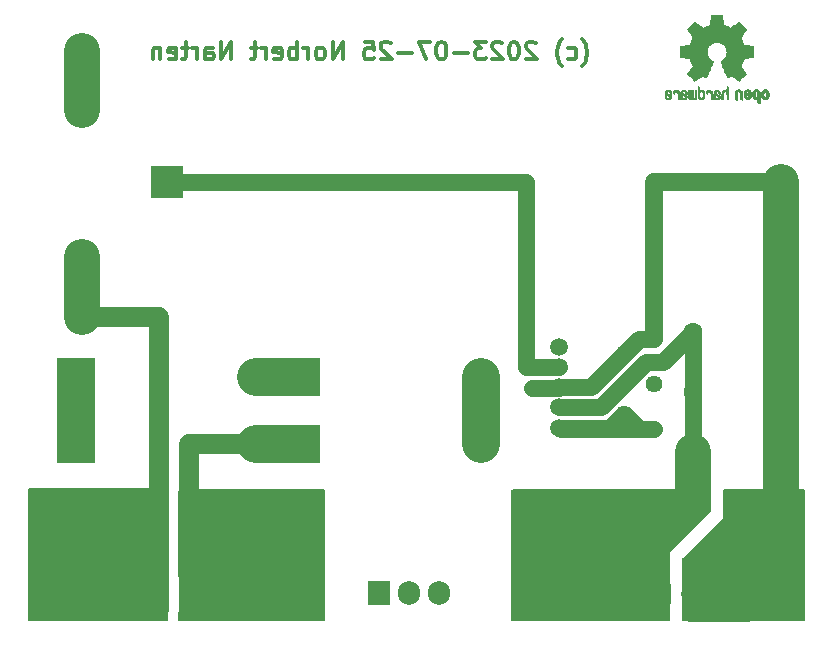
<source format=gbr>
%TF.GenerationSoftware,KiCad,Pcbnew,7.0.9*%
%TF.CreationDate,2025-04-20T12:55:00+02:00*%
%TF.ProjectId,C64-PSU-PCB-replacement-for-902503-06,4336342d-5053-4552-9d50-43422d726570,D*%
%TF.SameCoordinates,Original*%
%TF.FileFunction,Copper,L2,Bot*%
%TF.FilePolarity,Positive*%
%FSLAX46Y46*%
G04 Gerber Fmt 4.6, Leading zero omitted, Abs format (unit mm)*
G04 Created by KiCad (PCBNEW 7.0.9) date 2025-04-20 12:55:00*
%MOMM*%
%LPD*%
G01*
G04 APERTURE LIST*
G04 Aperture macros list*
%AMRoundRect*
0 Rectangle with rounded corners*
0 $1 Rounding radius*
0 $2 $3 $4 $5 $6 $7 $8 $9 X,Y pos of 4 corners*
0 Add a 4 corners polygon primitive as box body*
4,1,4,$2,$3,$4,$5,$6,$7,$8,$9,$2,$3,0*
0 Add four circle primitives for the rounded corners*
1,1,$1+$1,$2,$3*
1,1,$1+$1,$4,$5*
1,1,$1+$1,$6,$7*
1,1,$1+$1,$8,$9*
0 Add four rect primitives between the rounded corners*
20,1,$1+$1,$2,$3,$4,$5,0*
20,1,$1+$1,$4,$5,$6,$7,0*
20,1,$1+$1,$6,$7,$8,$9,0*
20,1,$1+$1,$8,$9,$2,$3,0*%
G04 Aperture macros list end*
%ADD10C,0.300000*%
%TA.AperFunction,NonConductor*%
%ADD11C,0.300000*%
%TD*%
%TA.AperFunction,EtchedComponent*%
%ADD12C,0.010000*%
%TD*%
%TA.AperFunction,ComponentPad*%
%ADD13R,2.800000X2.800000*%
%TD*%
%TA.AperFunction,ComponentPad*%
%ADD14O,2.800000X2.800000*%
%TD*%
%TA.AperFunction,ComponentPad*%
%ADD15C,1.600000*%
%TD*%
%TA.AperFunction,ComponentPad*%
%ADD16O,1.600000X1.600000*%
%TD*%
%TA.AperFunction,ComponentPad*%
%ADD17R,3.200000X3.200000*%
%TD*%
%TA.AperFunction,ComponentPad*%
%ADD18O,3.200001X3.200001*%
%TD*%
%TA.AperFunction,ComponentPad*%
%ADD19R,3.200001X3.200001*%
%TD*%
%TA.AperFunction,ComponentPad*%
%ADD20O,3.200000X3.200000*%
%TD*%
%TA.AperFunction,ComponentPad*%
%ADD21R,1.700000X1.700000*%
%TD*%
%TA.AperFunction,ComponentPad*%
%ADD22O,1.700000X1.700000*%
%TD*%
%TA.AperFunction,ComponentPad*%
%ADD23C,1.500000*%
%TD*%
%TA.AperFunction,ComponentPad*%
%ADD24C,1.400000*%
%TD*%
%TA.AperFunction,ComponentPad*%
%ADD25O,1.400000X1.400000*%
%TD*%
%TA.AperFunction,ComponentPad*%
%ADD26C,1.440000*%
%TD*%
%TA.AperFunction,ComponentPad*%
%ADD27C,3.000000*%
%TD*%
%TA.AperFunction,ComponentPad*%
%ADD28R,1.905000X2.000000*%
%TD*%
%TA.AperFunction,ComponentPad*%
%ADD29O,1.905000X2.000000*%
%TD*%
%TA.AperFunction,SMDPad,CuDef*%
%ADD30R,2.500000X5.000000*%
%TD*%
%TA.AperFunction,SMDPad,CuDef*%
%ADD31RoundRect,0.237500X-0.237500X0.300000X-0.237500X-0.300000X0.237500X-0.300000X0.237500X0.300000X0*%
%TD*%
%TA.AperFunction,Conductor*%
%ADD32C,1.524000*%
%TD*%
%TA.AperFunction,Conductor*%
%ADD33C,1.270000*%
%TD*%
%TA.AperFunction,Conductor*%
%ADD34C,1.397000*%
%TD*%
%TA.AperFunction,Conductor*%
%ADD35C,3.175000*%
%TD*%
%TA.AperFunction,Conductor*%
%ADD36C,3.048000*%
%TD*%
%TA.AperFunction,Conductor*%
%ADD37C,0.250000*%
%TD*%
%TA.AperFunction,Conductor*%
%ADD38C,1.651000*%
%TD*%
G04 APERTURE END LIST*
D10*
D11*
X75876283Y-30205757D02*
X75947712Y-30134328D01*
X75947712Y-30134328D02*
X76090569Y-29920042D01*
X76090569Y-29920042D02*
X76161998Y-29777185D01*
X76161998Y-29777185D02*
X76233426Y-29562900D01*
X76233426Y-29562900D02*
X76304855Y-29205757D01*
X76304855Y-29205757D02*
X76304855Y-28920042D01*
X76304855Y-28920042D02*
X76233426Y-28562900D01*
X76233426Y-28562900D02*
X76161998Y-28348614D01*
X76161998Y-28348614D02*
X76090569Y-28205757D01*
X76090569Y-28205757D02*
X75947712Y-27991471D01*
X75947712Y-27991471D02*
X75876283Y-27920042D01*
X74661998Y-29562900D02*
X74804855Y-29634328D01*
X74804855Y-29634328D02*
X75090569Y-29634328D01*
X75090569Y-29634328D02*
X75233426Y-29562900D01*
X75233426Y-29562900D02*
X75304855Y-29491471D01*
X75304855Y-29491471D02*
X75376283Y-29348614D01*
X75376283Y-29348614D02*
X75376283Y-28920042D01*
X75376283Y-28920042D02*
X75304855Y-28777185D01*
X75304855Y-28777185D02*
X75233426Y-28705757D01*
X75233426Y-28705757D02*
X75090569Y-28634328D01*
X75090569Y-28634328D02*
X74804855Y-28634328D01*
X74804855Y-28634328D02*
X74661998Y-28705757D01*
X74161998Y-30205757D02*
X74090569Y-30134328D01*
X74090569Y-30134328D02*
X73947712Y-29920042D01*
X73947712Y-29920042D02*
X73876284Y-29777185D01*
X73876284Y-29777185D02*
X73804855Y-29562900D01*
X73804855Y-29562900D02*
X73733426Y-29205757D01*
X73733426Y-29205757D02*
X73733426Y-28920042D01*
X73733426Y-28920042D02*
X73804855Y-28562900D01*
X73804855Y-28562900D02*
X73876284Y-28348614D01*
X73876284Y-28348614D02*
X73947712Y-28205757D01*
X73947712Y-28205757D02*
X74090569Y-27991471D01*
X74090569Y-27991471D02*
X74161998Y-27920042D01*
X71947712Y-28277185D02*
X71876284Y-28205757D01*
X71876284Y-28205757D02*
X71733427Y-28134328D01*
X71733427Y-28134328D02*
X71376284Y-28134328D01*
X71376284Y-28134328D02*
X71233427Y-28205757D01*
X71233427Y-28205757D02*
X71161998Y-28277185D01*
X71161998Y-28277185D02*
X71090569Y-28420042D01*
X71090569Y-28420042D02*
X71090569Y-28562900D01*
X71090569Y-28562900D02*
X71161998Y-28777185D01*
X71161998Y-28777185D02*
X72019141Y-29634328D01*
X72019141Y-29634328D02*
X71090569Y-29634328D01*
X70161998Y-28134328D02*
X70019141Y-28134328D01*
X70019141Y-28134328D02*
X69876284Y-28205757D01*
X69876284Y-28205757D02*
X69804856Y-28277185D01*
X69804856Y-28277185D02*
X69733427Y-28420042D01*
X69733427Y-28420042D02*
X69661998Y-28705757D01*
X69661998Y-28705757D02*
X69661998Y-29062900D01*
X69661998Y-29062900D02*
X69733427Y-29348614D01*
X69733427Y-29348614D02*
X69804856Y-29491471D01*
X69804856Y-29491471D02*
X69876284Y-29562900D01*
X69876284Y-29562900D02*
X70019141Y-29634328D01*
X70019141Y-29634328D02*
X70161998Y-29634328D01*
X70161998Y-29634328D02*
X70304856Y-29562900D01*
X70304856Y-29562900D02*
X70376284Y-29491471D01*
X70376284Y-29491471D02*
X70447713Y-29348614D01*
X70447713Y-29348614D02*
X70519141Y-29062900D01*
X70519141Y-29062900D02*
X70519141Y-28705757D01*
X70519141Y-28705757D02*
X70447713Y-28420042D01*
X70447713Y-28420042D02*
X70376284Y-28277185D01*
X70376284Y-28277185D02*
X70304856Y-28205757D01*
X70304856Y-28205757D02*
X70161998Y-28134328D01*
X69090570Y-28277185D02*
X69019142Y-28205757D01*
X69019142Y-28205757D02*
X68876285Y-28134328D01*
X68876285Y-28134328D02*
X68519142Y-28134328D01*
X68519142Y-28134328D02*
X68376285Y-28205757D01*
X68376285Y-28205757D02*
X68304856Y-28277185D01*
X68304856Y-28277185D02*
X68233427Y-28420042D01*
X68233427Y-28420042D02*
X68233427Y-28562900D01*
X68233427Y-28562900D02*
X68304856Y-28777185D01*
X68304856Y-28777185D02*
X69161999Y-29634328D01*
X69161999Y-29634328D02*
X68233427Y-29634328D01*
X67733428Y-28134328D02*
X66804856Y-28134328D01*
X66804856Y-28134328D02*
X67304856Y-28705757D01*
X67304856Y-28705757D02*
X67090571Y-28705757D01*
X67090571Y-28705757D02*
X66947714Y-28777185D01*
X66947714Y-28777185D02*
X66876285Y-28848614D01*
X66876285Y-28848614D02*
X66804856Y-28991471D01*
X66804856Y-28991471D02*
X66804856Y-29348614D01*
X66804856Y-29348614D02*
X66876285Y-29491471D01*
X66876285Y-29491471D02*
X66947714Y-29562900D01*
X66947714Y-29562900D02*
X67090571Y-29634328D01*
X67090571Y-29634328D02*
X67519142Y-29634328D01*
X67519142Y-29634328D02*
X67661999Y-29562900D01*
X67661999Y-29562900D02*
X67733428Y-29491471D01*
X66162000Y-29062900D02*
X65019143Y-29062900D01*
X64019142Y-28134328D02*
X63876285Y-28134328D01*
X63876285Y-28134328D02*
X63733428Y-28205757D01*
X63733428Y-28205757D02*
X63662000Y-28277185D01*
X63662000Y-28277185D02*
X63590571Y-28420042D01*
X63590571Y-28420042D02*
X63519142Y-28705757D01*
X63519142Y-28705757D02*
X63519142Y-29062900D01*
X63519142Y-29062900D02*
X63590571Y-29348614D01*
X63590571Y-29348614D02*
X63662000Y-29491471D01*
X63662000Y-29491471D02*
X63733428Y-29562900D01*
X63733428Y-29562900D02*
X63876285Y-29634328D01*
X63876285Y-29634328D02*
X64019142Y-29634328D01*
X64019142Y-29634328D02*
X64162000Y-29562900D01*
X64162000Y-29562900D02*
X64233428Y-29491471D01*
X64233428Y-29491471D02*
X64304857Y-29348614D01*
X64304857Y-29348614D02*
X64376285Y-29062900D01*
X64376285Y-29062900D02*
X64376285Y-28705757D01*
X64376285Y-28705757D02*
X64304857Y-28420042D01*
X64304857Y-28420042D02*
X64233428Y-28277185D01*
X64233428Y-28277185D02*
X64162000Y-28205757D01*
X64162000Y-28205757D02*
X64019142Y-28134328D01*
X63019143Y-28134328D02*
X62019143Y-28134328D01*
X62019143Y-28134328D02*
X62662000Y-29634328D01*
X61447715Y-29062900D02*
X60304858Y-29062900D01*
X59662000Y-28277185D02*
X59590572Y-28205757D01*
X59590572Y-28205757D02*
X59447715Y-28134328D01*
X59447715Y-28134328D02*
X59090572Y-28134328D01*
X59090572Y-28134328D02*
X58947715Y-28205757D01*
X58947715Y-28205757D02*
X58876286Y-28277185D01*
X58876286Y-28277185D02*
X58804857Y-28420042D01*
X58804857Y-28420042D02*
X58804857Y-28562900D01*
X58804857Y-28562900D02*
X58876286Y-28777185D01*
X58876286Y-28777185D02*
X59733429Y-29634328D01*
X59733429Y-29634328D02*
X58804857Y-29634328D01*
X57447715Y-28134328D02*
X58162001Y-28134328D01*
X58162001Y-28134328D02*
X58233429Y-28848614D01*
X58233429Y-28848614D02*
X58162001Y-28777185D01*
X58162001Y-28777185D02*
X58019144Y-28705757D01*
X58019144Y-28705757D02*
X57662001Y-28705757D01*
X57662001Y-28705757D02*
X57519144Y-28777185D01*
X57519144Y-28777185D02*
X57447715Y-28848614D01*
X57447715Y-28848614D02*
X57376286Y-28991471D01*
X57376286Y-28991471D02*
X57376286Y-29348614D01*
X57376286Y-29348614D02*
X57447715Y-29491471D01*
X57447715Y-29491471D02*
X57519144Y-29562900D01*
X57519144Y-29562900D02*
X57662001Y-29634328D01*
X57662001Y-29634328D02*
X58019144Y-29634328D01*
X58019144Y-29634328D02*
X58162001Y-29562900D01*
X58162001Y-29562900D02*
X58233429Y-29491471D01*
X55590573Y-29634328D02*
X55590573Y-28134328D01*
X55590573Y-28134328D02*
X54733430Y-29634328D01*
X54733430Y-29634328D02*
X54733430Y-28134328D01*
X53804858Y-29634328D02*
X53947715Y-29562900D01*
X53947715Y-29562900D02*
X54019144Y-29491471D01*
X54019144Y-29491471D02*
X54090572Y-29348614D01*
X54090572Y-29348614D02*
X54090572Y-28920042D01*
X54090572Y-28920042D02*
X54019144Y-28777185D01*
X54019144Y-28777185D02*
X53947715Y-28705757D01*
X53947715Y-28705757D02*
X53804858Y-28634328D01*
X53804858Y-28634328D02*
X53590572Y-28634328D01*
X53590572Y-28634328D02*
X53447715Y-28705757D01*
X53447715Y-28705757D02*
X53376287Y-28777185D01*
X53376287Y-28777185D02*
X53304858Y-28920042D01*
X53304858Y-28920042D02*
X53304858Y-29348614D01*
X53304858Y-29348614D02*
X53376287Y-29491471D01*
X53376287Y-29491471D02*
X53447715Y-29562900D01*
X53447715Y-29562900D02*
X53590572Y-29634328D01*
X53590572Y-29634328D02*
X53804858Y-29634328D01*
X52662001Y-29634328D02*
X52662001Y-28634328D01*
X52662001Y-28920042D02*
X52590572Y-28777185D01*
X52590572Y-28777185D02*
X52519144Y-28705757D01*
X52519144Y-28705757D02*
X52376286Y-28634328D01*
X52376286Y-28634328D02*
X52233429Y-28634328D01*
X51733430Y-29634328D02*
X51733430Y-28134328D01*
X51733430Y-28705757D02*
X51590573Y-28634328D01*
X51590573Y-28634328D02*
X51304858Y-28634328D01*
X51304858Y-28634328D02*
X51162001Y-28705757D01*
X51162001Y-28705757D02*
X51090573Y-28777185D01*
X51090573Y-28777185D02*
X51019144Y-28920042D01*
X51019144Y-28920042D02*
X51019144Y-29348614D01*
X51019144Y-29348614D02*
X51090573Y-29491471D01*
X51090573Y-29491471D02*
X51162001Y-29562900D01*
X51162001Y-29562900D02*
X51304858Y-29634328D01*
X51304858Y-29634328D02*
X51590573Y-29634328D01*
X51590573Y-29634328D02*
X51733430Y-29562900D01*
X49804858Y-29562900D02*
X49947715Y-29634328D01*
X49947715Y-29634328D02*
X50233430Y-29634328D01*
X50233430Y-29634328D02*
X50376287Y-29562900D01*
X50376287Y-29562900D02*
X50447715Y-29420042D01*
X50447715Y-29420042D02*
X50447715Y-28848614D01*
X50447715Y-28848614D02*
X50376287Y-28705757D01*
X50376287Y-28705757D02*
X50233430Y-28634328D01*
X50233430Y-28634328D02*
X49947715Y-28634328D01*
X49947715Y-28634328D02*
X49804858Y-28705757D01*
X49804858Y-28705757D02*
X49733430Y-28848614D01*
X49733430Y-28848614D02*
X49733430Y-28991471D01*
X49733430Y-28991471D02*
X50447715Y-29134328D01*
X49090573Y-29634328D02*
X49090573Y-28634328D01*
X49090573Y-28920042D02*
X49019144Y-28777185D01*
X49019144Y-28777185D02*
X48947716Y-28705757D01*
X48947716Y-28705757D02*
X48804858Y-28634328D01*
X48804858Y-28634328D02*
X48662001Y-28634328D01*
X48376287Y-28634328D02*
X47804859Y-28634328D01*
X48162002Y-28134328D02*
X48162002Y-29420042D01*
X48162002Y-29420042D02*
X48090573Y-29562900D01*
X48090573Y-29562900D02*
X47947716Y-29634328D01*
X47947716Y-29634328D02*
X47804859Y-29634328D01*
X46162002Y-29634328D02*
X46162002Y-28134328D01*
X46162002Y-28134328D02*
X45304859Y-29634328D01*
X45304859Y-29634328D02*
X45304859Y-28134328D01*
X43947716Y-29634328D02*
X43947716Y-28848614D01*
X43947716Y-28848614D02*
X44019144Y-28705757D01*
X44019144Y-28705757D02*
X44162001Y-28634328D01*
X44162001Y-28634328D02*
X44447716Y-28634328D01*
X44447716Y-28634328D02*
X44590573Y-28705757D01*
X43947716Y-29562900D02*
X44090573Y-29634328D01*
X44090573Y-29634328D02*
X44447716Y-29634328D01*
X44447716Y-29634328D02*
X44590573Y-29562900D01*
X44590573Y-29562900D02*
X44662001Y-29420042D01*
X44662001Y-29420042D02*
X44662001Y-29277185D01*
X44662001Y-29277185D02*
X44590573Y-29134328D01*
X44590573Y-29134328D02*
X44447716Y-29062900D01*
X44447716Y-29062900D02*
X44090573Y-29062900D01*
X44090573Y-29062900D02*
X43947716Y-28991471D01*
X43233430Y-29634328D02*
X43233430Y-28634328D01*
X43233430Y-28920042D02*
X43162001Y-28777185D01*
X43162001Y-28777185D02*
X43090573Y-28705757D01*
X43090573Y-28705757D02*
X42947715Y-28634328D01*
X42947715Y-28634328D02*
X42804858Y-28634328D01*
X42519144Y-28634328D02*
X41947716Y-28634328D01*
X42304859Y-28134328D02*
X42304859Y-29420042D01*
X42304859Y-29420042D02*
X42233430Y-29562900D01*
X42233430Y-29562900D02*
X42090573Y-29634328D01*
X42090573Y-29634328D02*
X41947716Y-29634328D01*
X40876287Y-29562900D02*
X41019144Y-29634328D01*
X41019144Y-29634328D02*
X41304859Y-29634328D01*
X41304859Y-29634328D02*
X41447716Y-29562900D01*
X41447716Y-29562900D02*
X41519144Y-29420042D01*
X41519144Y-29420042D02*
X41519144Y-28848614D01*
X41519144Y-28848614D02*
X41447716Y-28705757D01*
X41447716Y-28705757D02*
X41304859Y-28634328D01*
X41304859Y-28634328D02*
X41019144Y-28634328D01*
X41019144Y-28634328D02*
X40876287Y-28705757D01*
X40876287Y-28705757D02*
X40804859Y-28848614D01*
X40804859Y-28848614D02*
X40804859Y-28991471D01*
X40804859Y-28991471D02*
X41519144Y-29134328D01*
X40162002Y-28634328D02*
X40162002Y-29634328D01*
X40162002Y-28777185D02*
X40090573Y-28705757D01*
X40090573Y-28705757D02*
X39947716Y-28634328D01*
X39947716Y-28634328D02*
X39733430Y-28634328D01*
X39733430Y-28634328D02*
X39590573Y-28705757D01*
X39590573Y-28705757D02*
X39519145Y-28848614D01*
X39519145Y-28848614D02*
X39519145Y-29634328D01*
%TO.C,REF\u002A\u002A*%
D12*
X83860501Y-32217476D02*
X83941167Y-32247440D01*
X83974714Y-32269954D01*
X84008687Y-32302212D01*
X84032919Y-32343246D01*
X84049001Y-32399108D01*
X84058521Y-32475851D01*
X84063068Y-32579525D01*
X84064231Y-32716184D01*
X84064003Y-32786805D01*
X84062860Y-32883308D01*
X84060919Y-32960323D01*
X84058365Y-33011319D01*
X84055381Y-33029769D01*
X84035962Y-33023667D01*
X83996766Y-33007095D01*
X83995589Y-33006558D01*
X83975235Y-32995903D01*
X83961546Y-32981282D01*
X83953199Y-32955673D01*
X83948874Y-32912054D01*
X83947248Y-32843403D01*
X83947000Y-32742698D01*
X83946500Y-32678813D01*
X83941164Y-32558751D01*
X83928945Y-32470809D01*
X83908552Y-32410375D01*
X83878695Y-32372836D01*
X83838082Y-32353581D01*
X83832448Y-32352239D01*
X83756378Y-32351191D01*
X83697052Y-32385271D01*
X83656077Y-32453598D01*
X83648770Y-32473351D01*
X83632114Y-32517066D01*
X83623679Y-32537155D01*
X83606356Y-32534387D01*
X83568525Y-32519365D01*
X83533240Y-32494556D01*
X83517154Y-32447670D01*
X83521952Y-32414087D01*
X83551431Y-32345967D01*
X83599098Y-32282134D01*
X83654839Y-32237988D01*
X83678193Y-32227782D01*
X83766619Y-32210718D01*
X83860501Y-32217476D01*
%TA.AperFunction,EtchedComponent*%
G36*
X83860501Y-32217476D02*
G01*
X83941167Y-32247440D01*
X83974714Y-32269954D01*
X84008687Y-32302212D01*
X84032919Y-32343246D01*
X84049001Y-32399108D01*
X84058521Y-32475851D01*
X84063068Y-32579525D01*
X84064231Y-32716184D01*
X84064003Y-32786805D01*
X84062860Y-32883308D01*
X84060919Y-32960323D01*
X84058365Y-33011319D01*
X84055381Y-33029769D01*
X84035962Y-33023667D01*
X83996766Y-33007095D01*
X83995589Y-33006558D01*
X83975235Y-32995903D01*
X83961546Y-32981282D01*
X83953199Y-32955673D01*
X83948874Y-32912054D01*
X83947248Y-32843403D01*
X83947000Y-32742698D01*
X83946500Y-32678813D01*
X83941164Y-32558751D01*
X83928945Y-32470809D01*
X83908552Y-32410375D01*
X83878695Y-32372836D01*
X83838082Y-32353581D01*
X83832448Y-32352239D01*
X83756378Y-32351191D01*
X83697052Y-32385271D01*
X83656077Y-32453598D01*
X83648770Y-32473351D01*
X83632114Y-32517066D01*
X83623679Y-32537155D01*
X83606356Y-32534387D01*
X83568525Y-32519365D01*
X83533240Y-32494556D01*
X83517154Y-32447670D01*
X83521952Y-32414087D01*
X83551431Y-32345967D01*
X83599098Y-32282134D01*
X83654839Y-32237988D01*
X83678193Y-32227782D01*
X83766619Y-32210718D01*
X83860501Y-32217476D01*
G37*
%TD.AperFunction*%
X89175372Y-32172684D02*
X89266629Y-32215569D01*
X89341416Y-32289729D01*
X89356917Y-32312944D01*
X89369774Y-32339256D01*
X89378893Y-32372420D01*
X89385102Y-32418881D01*
X89389233Y-32485082D01*
X89392116Y-32577468D01*
X89394579Y-32702485D01*
X89400697Y-33049278D01*
X89349303Y-33029738D01*
X89302246Y-33011787D01*
X89267015Y-32994511D01*
X89244017Y-32972242D01*
X89230655Y-32938165D01*
X89224328Y-32885463D01*
X89222437Y-32807323D01*
X89222385Y-32696928D01*
X89222117Y-32608935D01*
X89220521Y-32524502D01*
X89216712Y-32466834D01*
X89209820Y-32428988D01*
X89198975Y-32404024D01*
X89183308Y-32385000D01*
X89144792Y-32358153D01*
X89080091Y-32348034D01*
X89016081Y-32373606D01*
X89011856Y-32376880D01*
X88998689Y-32392007D01*
X88988975Y-32416268D01*
X88981903Y-32455650D01*
X88976656Y-32516141D01*
X88972421Y-32603729D01*
X88968385Y-32724402D01*
X88958615Y-33047515D01*
X88792539Y-32973065D01*
X88792539Y-32678062D01*
X88792883Y-32597919D01*
X88795847Y-32486431D01*
X88803351Y-32403421D01*
X88817190Y-32342199D01*
X88839155Y-32296075D01*
X88871039Y-32258358D01*
X88914633Y-32222358D01*
X88977336Y-32186089D01*
X89076117Y-32162412D01*
X89175372Y-32172684D01*
%TA.AperFunction,EtchedComponent*%
G36*
X89175372Y-32172684D02*
G01*
X89266629Y-32215569D01*
X89341416Y-32289729D01*
X89356917Y-32312944D01*
X89369774Y-32339256D01*
X89378893Y-32372420D01*
X89385102Y-32418881D01*
X89389233Y-32485082D01*
X89392116Y-32577468D01*
X89394579Y-32702485D01*
X89400697Y-33049278D01*
X89349303Y-33029738D01*
X89302246Y-33011787D01*
X89267015Y-32994511D01*
X89244017Y-32972242D01*
X89230655Y-32938165D01*
X89224328Y-32885463D01*
X89222437Y-32807323D01*
X89222385Y-32696928D01*
X89222117Y-32608935D01*
X89220521Y-32524502D01*
X89216712Y-32466834D01*
X89209820Y-32428988D01*
X89198975Y-32404024D01*
X89183308Y-32385000D01*
X89144792Y-32358153D01*
X89080091Y-32348034D01*
X89016081Y-32373606D01*
X89011856Y-32376880D01*
X88998689Y-32392007D01*
X88988975Y-32416268D01*
X88981903Y-32455650D01*
X88976656Y-32516141D01*
X88972421Y-32603729D01*
X88968385Y-32724402D01*
X88958615Y-33047515D01*
X88792539Y-32973065D01*
X88792539Y-32678062D01*
X88792883Y-32597919D01*
X88795847Y-32486431D01*
X88803351Y-32403421D01*
X88817190Y-32342199D01*
X88839155Y-32296075D01*
X88871039Y-32258358D01*
X88914633Y-32222358D01*
X88977336Y-32186089D01*
X89076117Y-32162412D01*
X89175372Y-32172684D01*
G37*
%TD.AperFunction*%
X86720892Y-32238167D02*
X86727060Y-32241581D01*
X86777447Y-32280692D01*
X86822498Y-32330975D01*
X86830355Y-32342339D01*
X86845376Y-32368860D01*
X86856107Y-32400336D01*
X86863486Y-32443591D01*
X86868452Y-32505449D01*
X86871942Y-32592733D01*
X86874893Y-32712269D01*
X86875311Y-32732478D01*
X86876654Y-32863499D01*
X86874761Y-32956296D01*
X86869605Y-33011507D01*
X86861158Y-33029769D01*
X86835594Y-33024301D01*
X86792166Y-33007733D01*
X86781940Y-33002888D01*
X86765967Y-32991920D01*
X86754954Y-32973890D01*
X86747750Y-32942396D01*
X86743208Y-32891036D01*
X86740180Y-32813410D01*
X86737516Y-32703115D01*
X86736785Y-32670875D01*
X86733965Y-32569050D01*
X86730304Y-32497788D01*
X86724694Y-32450332D01*
X86716029Y-32419925D01*
X86703202Y-32399810D01*
X86685105Y-32383229D01*
X86631525Y-32354161D01*
X86565612Y-32348564D01*
X86506635Y-32370807D01*
X86464203Y-32416859D01*
X86447923Y-32482692D01*
X86447470Y-32500587D01*
X86438578Y-32532982D01*
X86412325Y-32537925D01*
X86360919Y-32518633D01*
X86349013Y-32512446D01*
X86316835Y-32476058D01*
X86316198Y-32421954D01*
X86346856Y-32347128D01*
X86374978Y-32306350D01*
X86446883Y-32248421D01*
X86535638Y-32215670D01*
X86630542Y-32211212D01*
X86720892Y-32238167D01*
%TA.AperFunction,EtchedComponent*%
G36*
X86720892Y-32238167D02*
G01*
X86727060Y-32241581D01*
X86777447Y-32280692D01*
X86822498Y-32330975D01*
X86830355Y-32342339D01*
X86845376Y-32368860D01*
X86856107Y-32400336D01*
X86863486Y-32443591D01*
X86868452Y-32505449D01*
X86871942Y-32592733D01*
X86874893Y-32712269D01*
X86875311Y-32732478D01*
X86876654Y-32863499D01*
X86874761Y-32956296D01*
X86869605Y-33011507D01*
X86861158Y-33029769D01*
X86835594Y-33024301D01*
X86792166Y-33007733D01*
X86781940Y-33002888D01*
X86765967Y-32991920D01*
X86754954Y-32973890D01*
X86747750Y-32942396D01*
X86743208Y-32891036D01*
X86740180Y-32813410D01*
X86737516Y-32703115D01*
X86736785Y-32670875D01*
X86733965Y-32569050D01*
X86730304Y-32497788D01*
X86724694Y-32450332D01*
X86716029Y-32419925D01*
X86703202Y-32399810D01*
X86685105Y-32383229D01*
X86631525Y-32354161D01*
X86565612Y-32348564D01*
X86506635Y-32370807D01*
X86464203Y-32416859D01*
X86447923Y-32482692D01*
X86447470Y-32500587D01*
X86438578Y-32532982D01*
X86412325Y-32537925D01*
X86360919Y-32518633D01*
X86349013Y-32512446D01*
X86316835Y-32476058D01*
X86316198Y-32421954D01*
X86346856Y-32347128D01*
X86374978Y-32306350D01*
X86446883Y-32248421D01*
X86535638Y-32215670D01*
X86630542Y-32211212D01*
X86720892Y-32238167D01*
G37*
%TD.AperFunction*%
X88225923Y-31972806D02*
X88225923Y-32507455D01*
X88225660Y-32646094D01*
X88224958Y-32770805D01*
X88223883Y-32876557D01*
X88222500Y-32958322D01*
X88220874Y-33011069D01*
X88219070Y-33029769D01*
X88218364Y-33029706D01*
X88194387Y-33022912D01*
X88150685Y-33008320D01*
X88089154Y-32986870D01*
X88089154Y-32711617D01*
X88088763Y-32603466D01*
X88086946Y-32525026D01*
X88082767Y-32471647D01*
X88075286Y-32436256D01*
X88063567Y-32411779D01*
X88046671Y-32391144D01*
X88035152Y-32380170D01*
X87972864Y-32349775D01*
X87904211Y-32352466D01*
X87841298Y-32388406D01*
X87832139Y-32397325D01*
X87817471Y-32415844D01*
X87807433Y-32440326D01*
X87801151Y-32477393D01*
X87797748Y-32533667D01*
X87796349Y-32615771D01*
X87796077Y-32730329D01*
X87795947Y-32788430D01*
X87795099Y-32883993D01*
X87793594Y-32960526D01*
X87791585Y-33011345D01*
X87789223Y-33029769D01*
X87788518Y-33029706D01*
X87764541Y-33022912D01*
X87720839Y-33008320D01*
X87659308Y-32986870D01*
X87659338Y-32710358D01*
X87659384Y-32685742D01*
X87661970Y-32557419D01*
X87669913Y-32460384D01*
X87685155Y-32388057D01*
X87709636Y-32333855D01*
X87745298Y-32291198D01*
X87794082Y-32253505D01*
X87841661Y-32229910D01*
X87917732Y-32211672D01*
X87992556Y-32210636D01*
X88050077Y-32228378D01*
X88054402Y-32230829D01*
X88067738Y-32230566D01*
X88076851Y-32210039D01*
X88083428Y-32162980D01*
X88089154Y-32083120D01*
X88098923Y-31919236D01*
X88225923Y-31972806D01*
%TA.AperFunction,EtchedComponent*%
G36*
X88225923Y-31972806D02*
G01*
X88225923Y-32507455D01*
X88225660Y-32646094D01*
X88224958Y-32770805D01*
X88223883Y-32876557D01*
X88222500Y-32958322D01*
X88220874Y-33011069D01*
X88219070Y-33029769D01*
X88218364Y-33029706D01*
X88194387Y-33022912D01*
X88150685Y-33008320D01*
X88089154Y-32986870D01*
X88089154Y-32711617D01*
X88088763Y-32603466D01*
X88086946Y-32525026D01*
X88082767Y-32471647D01*
X88075286Y-32436256D01*
X88063567Y-32411779D01*
X88046671Y-32391144D01*
X88035152Y-32380170D01*
X87972864Y-32349775D01*
X87904211Y-32352466D01*
X87841298Y-32388406D01*
X87832139Y-32397325D01*
X87817471Y-32415844D01*
X87807433Y-32440326D01*
X87801151Y-32477393D01*
X87797748Y-32533667D01*
X87796349Y-32615771D01*
X87796077Y-32730329D01*
X87795947Y-32788430D01*
X87795099Y-32883993D01*
X87793594Y-32960526D01*
X87791585Y-33011345D01*
X87789223Y-33029769D01*
X87788518Y-33029706D01*
X87764541Y-33022912D01*
X87720839Y-33008320D01*
X87659308Y-32986870D01*
X87659338Y-32710358D01*
X87659384Y-32685742D01*
X87661970Y-32557419D01*
X87669913Y-32460384D01*
X87685155Y-32388057D01*
X87709636Y-32333855D01*
X87745298Y-32291198D01*
X87794082Y-32253505D01*
X87841661Y-32229910D01*
X87917732Y-32211672D01*
X87992556Y-32210636D01*
X88050077Y-32228378D01*
X88054402Y-32230829D01*
X88067738Y-32230566D01*
X88076851Y-32210039D01*
X88083428Y-32162980D01*
X88089154Y-32083120D01*
X88098923Y-31919236D01*
X88225923Y-31972806D01*
G37*
%TD.AperFunction*%
X85436998Y-32215034D02*
X85479850Y-32231829D01*
X85529615Y-32254503D01*
X85529615Y-32909533D01*
X85467785Y-32971363D01*
X85453662Y-32985228D01*
X85414536Y-33016046D01*
X85375078Y-33026028D01*
X85316362Y-33021433D01*
X85292456Y-33018462D01*
X85230801Y-33012176D01*
X85187692Y-33009672D01*
X85174905Y-33010055D01*
X85122446Y-33014200D01*
X85059022Y-33021433D01*
X85038730Y-33023918D01*
X84987610Y-33024895D01*
X84950207Y-33009462D01*
X84907599Y-32971363D01*
X84845769Y-32909533D01*
X84845769Y-32559343D01*
X84846251Y-32455857D01*
X84847753Y-32357192D01*
X84850089Y-32279068D01*
X84853071Y-32227662D01*
X84856509Y-32209154D01*
X84857230Y-32209204D01*
X84882203Y-32218413D01*
X84924399Y-32238707D01*
X84981549Y-32268261D01*
X84986928Y-32575746D01*
X84992308Y-32883231D01*
X85109539Y-32883231D01*
X85114885Y-32546192D01*
X85116579Y-32454574D01*
X85119005Y-32356649D01*
X85121634Y-32278906D01*
X85124246Y-32227642D01*
X85126623Y-32209154D01*
X85127306Y-32209219D01*
X85150996Y-32216020D01*
X85194546Y-32230604D01*
X85256077Y-32252054D01*
X85256376Y-32548104D01*
X85256676Y-32599532D01*
X85258754Y-32699466D01*
X85262470Y-32782925D01*
X85267430Y-32842377D01*
X85273240Y-32870287D01*
X85294024Y-32885214D01*
X85336440Y-32889825D01*
X85383077Y-32883231D01*
X85388423Y-32546192D01*
X85390336Y-32460546D01*
X85394303Y-32359172D01*
X85399491Y-32279655D01*
X85405499Y-32227736D01*
X85411927Y-32209154D01*
X85436998Y-32215034D01*
%TA.AperFunction,EtchedComponent*%
G36*
X85436998Y-32215034D02*
G01*
X85479850Y-32231829D01*
X85529615Y-32254503D01*
X85529615Y-32909533D01*
X85467785Y-32971363D01*
X85453662Y-32985228D01*
X85414536Y-33016046D01*
X85375078Y-33026028D01*
X85316362Y-33021433D01*
X85292456Y-33018462D01*
X85230801Y-33012176D01*
X85187692Y-33009672D01*
X85174905Y-33010055D01*
X85122446Y-33014200D01*
X85059022Y-33021433D01*
X85038730Y-33023918D01*
X84987610Y-33024895D01*
X84950207Y-33009462D01*
X84907599Y-32971363D01*
X84845769Y-32909533D01*
X84845769Y-32559343D01*
X84846251Y-32455857D01*
X84847753Y-32357192D01*
X84850089Y-32279068D01*
X84853071Y-32227662D01*
X84856509Y-32209154D01*
X84857230Y-32209204D01*
X84882203Y-32218413D01*
X84924399Y-32238707D01*
X84981549Y-32268261D01*
X84986928Y-32575746D01*
X84992308Y-32883231D01*
X85109539Y-32883231D01*
X85114885Y-32546192D01*
X85116579Y-32454574D01*
X85119005Y-32356649D01*
X85121634Y-32278906D01*
X85124246Y-32227642D01*
X85126623Y-32209154D01*
X85127306Y-32209219D01*
X85150996Y-32216020D01*
X85194546Y-32230604D01*
X85256077Y-32252054D01*
X85256376Y-32548104D01*
X85256676Y-32599532D01*
X85258754Y-32699466D01*
X85262470Y-32782925D01*
X85267430Y-32842377D01*
X85273240Y-32870287D01*
X85294024Y-32885214D01*
X85336440Y-32889825D01*
X85383077Y-32883231D01*
X85388423Y-32546192D01*
X85390336Y-32460546D01*
X85394303Y-32359172D01*
X85399491Y-32279655D01*
X85405499Y-32227736D01*
X85411927Y-32209154D01*
X85436998Y-32215034D01*
G37*
%TD.AperFunction*%
X91645154Y-32599923D02*
X91645135Y-32621105D01*
X91644076Y-32715584D01*
X91640436Y-32781414D01*
X91632892Y-32827394D01*
X91620122Y-32862321D01*
X91600803Y-32894995D01*
X91596050Y-32901775D01*
X91545759Y-32955231D01*
X91488457Y-32995547D01*
X91459032Y-33008629D01*
X91353299Y-33030450D01*
X91248734Y-33016336D01*
X91152368Y-32968105D01*
X91071235Y-32887579D01*
X91064385Y-32876791D01*
X91042097Y-32814153D01*
X91027079Y-32726935D01*
X91019792Y-32626210D01*
X91020611Y-32533037D01*
X91217796Y-32533037D01*
X91219349Y-32662114D01*
X91219974Y-32670420D01*
X91229077Y-32741643D01*
X91245288Y-32786809D01*
X91272660Y-32817752D01*
X91318553Y-32846737D01*
X91363942Y-32848261D01*
X91410692Y-32814846D01*
X91418824Y-32806053D01*
X91434754Y-32779741D01*
X91444159Y-32741520D01*
X91448632Y-32682349D01*
X91449769Y-32593182D01*
X91447822Y-32509664D01*
X91438105Y-32430095D01*
X91418047Y-32379808D01*
X91385240Y-32353513D01*
X91337280Y-32345923D01*
X91319016Y-32347432D01*
X91267848Y-32375107D01*
X91234035Y-32437172D01*
X91217796Y-32533037D01*
X91020611Y-32533037D01*
X91020699Y-32523052D01*
X91030262Y-32428533D01*
X91048943Y-32353727D01*
X91072951Y-32303905D01*
X91140536Y-32226409D01*
X91232114Y-32178256D01*
X91344213Y-32161703D01*
X91374151Y-32162599D01*
X91462315Y-32180929D01*
X91534733Y-32227104D01*
X91601192Y-32306648D01*
X91605147Y-32312548D01*
X91623040Y-32344288D01*
X91634678Y-32380163D01*
X91641371Y-32428906D01*
X91644426Y-32499249D01*
X91645106Y-32593182D01*
X91645154Y-32599923D01*
%TA.AperFunction,EtchedComponent*%
G36*
X91645154Y-32599923D02*
G01*
X91645135Y-32621105D01*
X91644076Y-32715584D01*
X91640436Y-32781414D01*
X91632892Y-32827394D01*
X91620122Y-32862321D01*
X91600803Y-32894995D01*
X91596050Y-32901775D01*
X91545759Y-32955231D01*
X91488457Y-32995547D01*
X91459032Y-33008629D01*
X91353299Y-33030450D01*
X91248734Y-33016336D01*
X91152368Y-32968105D01*
X91071235Y-32887579D01*
X91064385Y-32876791D01*
X91042097Y-32814153D01*
X91027079Y-32726935D01*
X91019792Y-32626210D01*
X91020611Y-32533037D01*
X91217796Y-32533037D01*
X91219349Y-32662114D01*
X91219974Y-32670420D01*
X91229077Y-32741643D01*
X91245288Y-32786809D01*
X91272660Y-32817752D01*
X91318553Y-32846737D01*
X91363942Y-32848261D01*
X91410692Y-32814846D01*
X91418824Y-32806053D01*
X91434754Y-32779741D01*
X91444159Y-32741520D01*
X91448632Y-32682349D01*
X91449769Y-32593182D01*
X91447822Y-32509664D01*
X91438105Y-32430095D01*
X91418047Y-32379808D01*
X91385240Y-32353513D01*
X91337280Y-32345923D01*
X91319016Y-32347432D01*
X91267848Y-32375107D01*
X91234035Y-32437172D01*
X91217796Y-32533037D01*
X91020611Y-32533037D01*
X91020699Y-32523052D01*
X91030262Y-32428533D01*
X91048943Y-32353727D01*
X91072951Y-32303905D01*
X91140536Y-32226409D01*
X91232114Y-32178256D01*
X91344213Y-32161703D01*
X91374151Y-32162599D01*
X91462315Y-32180929D01*
X91534733Y-32227104D01*
X91601192Y-32306648D01*
X91605147Y-32312548D01*
X91623040Y-32344288D01*
X91634678Y-32380163D01*
X91641371Y-32428906D01*
X91644426Y-32499249D01*
X91645106Y-32593182D01*
X91645154Y-32599923D01*
G37*
%TD.AperFunction*%
X83399794Y-32623376D02*
X83399413Y-32675449D01*
X83394641Y-32778047D01*
X83382150Y-32853126D01*
X83359121Y-32908748D01*
X83322732Y-32952975D01*
X83270162Y-32993869D01*
X83236714Y-33012466D01*
X83183098Y-33024991D01*
X83107780Y-33024003D01*
X83065672Y-33020035D01*
X83014879Y-33007920D01*
X82974280Y-32981585D01*
X82927049Y-32932514D01*
X82920738Y-32925346D01*
X82878277Y-32870189D01*
X82858018Y-32822150D01*
X82852846Y-32765184D01*
X82852846Y-32681471D01*
X82911346Y-32703552D01*
X82953994Y-32729364D01*
X82991064Y-32789928D01*
X82998803Y-32809320D01*
X83042074Y-32864235D01*
X83100976Y-32891879D01*
X83165111Y-32889393D01*
X83224077Y-32853923D01*
X83244342Y-32831805D01*
X83262720Y-32798436D01*
X83256971Y-32768117D01*
X83223887Y-32736913D01*
X83160261Y-32700887D01*
X83062885Y-32656103D01*
X82862615Y-32568445D01*
X82857301Y-32481607D01*
X82859299Y-32426296D01*
X82989783Y-32426296D01*
X82999688Y-32460538D01*
X83044756Y-32497096D01*
X83126557Y-32538692D01*
X83140092Y-32544718D01*
X83204818Y-32572753D01*
X83253247Y-32592472D01*
X83275751Y-32599923D01*
X83279161Y-32594438D01*
X83280529Y-32560948D01*
X83275651Y-32507116D01*
X83263364Y-32454473D01*
X83225041Y-32388151D01*
X83169720Y-32350780D01*
X83103640Y-32345721D01*
X83033040Y-32376339D01*
X83013474Y-32391648D01*
X82989783Y-32426296D01*
X82859299Y-32426296D01*
X82859647Y-32416663D01*
X82889186Y-32334590D01*
X82926472Y-32289361D01*
X83003776Y-32238838D01*
X83095478Y-32213316D01*
X83190274Y-32215336D01*
X83276859Y-32247440D01*
X83295920Y-32259767D01*
X83339640Y-32297912D01*
X83369540Y-32346167D01*
X83387968Y-32411710D01*
X83397270Y-32501720D01*
X83398499Y-32560948D01*
X83399794Y-32623376D01*
%TA.AperFunction,EtchedComponent*%
G36*
X83399794Y-32623376D02*
G01*
X83399413Y-32675449D01*
X83394641Y-32778047D01*
X83382150Y-32853126D01*
X83359121Y-32908748D01*
X83322732Y-32952975D01*
X83270162Y-32993869D01*
X83236714Y-33012466D01*
X83183098Y-33024991D01*
X83107780Y-33024003D01*
X83065672Y-33020035D01*
X83014879Y-33007920D01*
X82974280Y-32981585D01*
X82927049Y-32932514D01*
X82920738Y-32925346D01*
X82878277Y-32870189D01*
X82858018Y-32822150D01*
X82852846Y-32765184D01*
X82852846Y-32681471D01*
X82911346Y-32703552D01*
X82953994Y-32729364D01*
X82991064Y-32789928D01*
X82998803Y-32809320D01*
X83042074Y-32864235D01*
X83100976Y-32891879D01*
X83165111Y-32889393D01*
X83224077Y-32853923D01*
X83244342Y-32831805D01*
X83262720Y-32798436D01*
X83256971Y-32768117D01*
X83223887Y-32736913D01*
X83160261Y-32700887D01*
X83062885Y-32656103D01*
X82862615Y-32568445D01*
X82857301Y-32481607D01*
X82859299Y-32426296D01*
X82989783Y-32426296D01*
X82999688Y-32460538D01*
X83044756Y-32497096D01*
X83126557Y-32538692D01*
X83140092Y-32544718D01*
X83204818Y-32572753D01*
X83253247Y-32592472D01*
X83275751Y-32599923D01*
X83279161Y-32594438D01*
X83280529Y-32560948D01*
X83275651Y-32507116D01*
X83263364Y-32454473D01*
X83225041Y-32388151D01*
X83169720Y-32350780D01*
X83103640Y-32345721D01*
X83033040Y-32376339D01*
X83013474Y-32391648D01*
X82989783Y-32426296D01*
X82859299Y-32426296D01*
X82859647Y-32416663D01*
X82889186Y-32334590D01*
X82926472Y-32289361D01*
X83003776Y-32238838D01*
X83095478Y-32213316D01*
X83190274Y-32215336D01*
X83276859Y-32247440D01*
X83295920Y-32259767D01*
X83339640Y-32297912D01*
X83369540Y-32346167D01*
X83387968Y-32411710D01*
X83397270Y-32501720D01*
X83398499Y-32560948D01*
X83399794Y-32623376D01*
G37*
%TD.AperFunction*%
X86213401Y-32619462D02*
X86211839Y-32695652D01*
X86200810Y-32799507D01*
X86176814Y-32877333D01*
X86137043Y-32936760D01*
X86078688Y-32985418D01*
X86023100Y-33013546D01*
X85929751Y-33029199D01*
X85836530Y-33012084D01*
X85752272Y-32964388D01*
X85685818Y-32888294D01*
X85677793Y-32874262D01*
X85667196Y-32849679D01*
X85659335Y-32818309D01*
X85653807Y-32774769D01*
X85650206Y-32713678D01*
X85648128Y-32629655D01*
X85648064Y-32622200D01*
X85783615Y-32622200D01*
X85784077Y-32693316D01*
X85786999Y-32757641D01*
X85794221Y-32799166D01*
X85807561Y-32827067D01*
X85828836Y-32850517D01*
X85833821Y-32855025D01*
X85897863Y-32888295D01*
X85965625Y-32884890D01*
X86028734Y-32845042D01*
X86047526Y-32824398D01*
X86063254Y-32797029D01*
X86072039Y-32759192D01*
X86075859Y-32701355D01*
X86076692Y-32613986D01*
X86076281Y-32547319D01*
X86073434Y-32482245D01*
X86066256Y-32440251D01*
X86052889Y-32412063D01*
X86031472Y-32388406D01*
X86018890Y-32377753D01*
X85953699Y-32349057D01*
X85885400Y-32353575D01*
X85826098Y-32391144D01*
X85813333Y-32406040D01*
X85797764Y-32434089D01*
X85788762Y-32473258D01*
X85784617Y-32532858D01*
X85783615Y-32622200D01*
X85648064Y-32622200D01*
X85647167Y-32517320D01*
X85646919Y-32371289D01*
X85646846Y-31917963D01*
X85710346Y-31944564D01*
X85727136Y-31951845D01*
X85753859Y-31968287D01*
X85769156Y-31993187D01*
X85777563Y-32036732D01*
X85783615Y-32109106D01*
X85789144Y-32174089D01*
X85796450Y-32216750D01*
X85806918Y-32232670D01*
X85822692Y-32228400D01*
X85862890Y-32213397D01*
X85934728Y-32209678D01*
X86012010Y-32223572D01*
X86078688Y-32253505D01*
X86115371Y-32281211D01*
X86162472Y-32335269D01*
X86192638Y-32404577D01*
X86208678Y-32496765D01*
X86213191Y-32613986D01*
X86213401Y-32619462D01*
%TA.AperFunction,EtchedComponent*%
G36*
X86213401Y-32619462D02*
G01*
X86211839Y-32695652D01*
X86200810Y-32799507D01*
X86176814Y-32877333D01*
X86137043Y-32936760D01*
X86078688Y-32985418D01*
X86023100Y-33013546D01*
X85929751Y-33029199D01*
X85836530Y-33012084D01*
X85752272Y-32964388D01*
X85685818Y-32888294D01*
X85677793Y-32874262D01*
X85667196Y-32849679D01*
X85659335Y-32818309D01*
X85653807Y-32774769D01*
X85650206Y-32713678D01*
X85648128Y-32629655D01*
X85648064Y-32622200D01*
X85783615Y-32622200D01*
X85784077Y-32693316D01*
X85786999Y-32757641D01*
X85794221Y-32799166D01*
X85807561Y-32827067D01*
X85828836Y-32850517D01*
X85833821Y-32855025D01*
X85897863Y-32888295D01*
X85965625Y-32884890D01*
X86028734Y-32845042D01*
X86047526Y-32824398D01*
X86063254Y-32797029D01*
X86072039Y-32759192D01*
X86075859Y-32701355D01*
X86076692Y-32613986D01*
X86076281Y-32547319D01*
X86073434Y-32482245D01*
X86066256Y-32440251D01*
X86052889Y-32412063D01*
X86031472Y-32388406D01*
X86018890Y-32377753D01*
X85953699Y-32349057D01*
X85885400Y-32353575D01*
X85826098Y-32391144D01*
X85813333Y-32406040D01*
X85797764Y-32434089D01*
X85788762Y-32473258D01*
X85784617Y-32532858D01*
X85783615Y-32622200D01*
X85648064Y-32622200D01*
X85647167Y-32517320D01*
X85646919Y-32371289D01*
X85646846Y-31917963D01*
X85710346Y-31944564D01*
X85727136Y-31951845D01*
X85753859Y-31968287D01*
X85769156Y-31993187D01*
X85777563Y-32036732D01*
X85783615Y-32109106D01*
X85789144Y-32174089D01*
X85796450Y-32216750D01*
X85806918Y-32232670D01*
X85822692Y-32228400D01*
X85862890Y-32213397D01*
X85934728Y-32209678D01*
X86012010Y-32223572D01*
X86078688Y-32253505D01*
X86115371Y-32281211D01*
X86162472Y-32335269D01*
X86192638Y-32404577D01*
X86208678Y-32496765D01*
X86213191Y-32613986D01*
X86213401Y-32619462D01*
G37*
%TD.AperFunction*%
X90159787Y-32544536D02*
X90153574Y-32692643D01*
X90150066Y-32724021D01*
X90123927Y-32835705D01*
X90076694Y-32920642D01*
X90004862Y-32985741D01*
X90000802Y-32988428D01*
X89909487Y-33026634D01*
X89814144Y-33030034D01*
X89722274Y-33000939D01*
X89641379Y-32941660D01*
X89578962Y-32854510D01*
X89577914Y-32852409D01*
X89557173Y-32798289D01*
X89541980Y-32736781D01*
X89533921Y-32679039D01*
X89534582Y-32636215D01*
X89545548Y-32619462D01*
X89555290Y-32620480D01*
X89601877Y-32639009D01*
X89654682Y-32673081D01*
X89699603Y-32712522D01*
X89722535Y-32747155D01*
X89746373Y-32794133D01*
X89795230Y-32836862D01*
X89851963Y-32853923D01*
X89872758Y-32848990D01*
X89913804Y-32824157D01*
X89949557Y-32789685D01*
X89964846Y-32758411D01*
X89964842Y-32758295D01*
X89947495Y-32743933D01*
X89901247Y-32718025D01*
X89833067Y-32684210D01*
X89749923Y-32646129D01*
X89749466Y-32645927D01*
X89659138Y-32605709D01*
X89598592Y-32576733D01*
X89561888Y-32554474D01*
X89543086Y-32534407D01*
X89536246Y-32512009D01*
X89535429Y-32482756D01*
X89541113Y-32427363D01*
X89734000Y-32427363D01*
X89753911Y-32444777D01*
X89803521Y-32470872D01*
X89804976Y-32471610D01*
X89863506Y-32499483D01*
X89915868Y-32521719D01*
X89949086Y-32531126D01*
X89962410Y-32518552D01*
X89964846Y-32475468D01*
X89954724Y-32421847D01*
X89919631Y-32373119D01*
X89868823Y-32347856D01*
X89812181Y-32350406D01*
X89759584Y-32385120D01*
X89738910Y-32409107D01*
X89734000Y-32427363D01*
X89541113Y-32427363D01*
X89542622Y-32412654D01*
X89578184Y-32317412D01*
X89637714Y-32242567D01*
X89714746Y-32190745D01*
X89802815Y-32164573D01*
X89895454Y-32166676D01*
X89986198Y-32199681D01*
X90068579Y-32266215D01*
X90114222Y-32332055D01*
X90147008Y-32426036D01*
X90152339Y-32475468D01*
X90159787Y-32544536D01*
%TA.AperFunction,EtchedComponent*%
G36*
X90159787Y-32544536D02*
G01*
X90153574Y-32692643D01*
X90150066Y-32724021D01*
X90123927Y-32835705D01*
X90076694Y-32920642D01*
X90004862Y-32985741D01*
X90000802Y-32988428D01*
X89909487Y-33026634D01*
X89814144Y-33030034D01*
X89722274Y-33000939D01*
X89641379Y-32941660D01*
X89578962Y-32854510D01*
X89577914Y-32852409D01*
X89557173Y-32798289D01*
X89541980Y-32736781D01*
X89533921Y-32679039D01*
X89534582Y-32636215D01*
X89545548Y-32619462D01*
X89555290Y-32620480D01*
X89601877Y-32639009D01*
X89654682Y-32673081D01*
X89699603Y-32712522D01*
X89722535Y-32747155D01*
X89746373Y-32794133D01*
X89795230Y-32836862D01*
X89851963Y-32853923D01*
X89872758Y-32848990D01*
X89913804Y-32824157D01*
X89949557Y-32789685D01*
X89964846Y-32758411D01*
X89964842Y-32758295D01*
X89947495Y-32743933D01*
X89901247Y-32718025D01*
X89833067Y-32684210D01*
X89749923Y-32646129D01*
X89749466Y-32645927D01*
X89659138Y-32605709D01*
X89598592Y-32576733D01*
X89561888Y-32554474D01*
X89543086Y-32534407D01*
X89536246Y-32512009D01*
X89535429Y-32482756D01*
X89541113Y-32427363D01*
X89734000Y-32427363D01*
X89753911Y-32444777D01*
X89803521Y-32470872D01*
X89804976Y-32471610D01*
X89863506Y-32499483D01*
X89915868Y-32521719D01*
X89949086Y-32531126D01*
X89962410Y-32518552D01*
X89964846Y-32475468D01*
X89954724Y-32421847D01*
X89919631Y-32373119D01*
X89868823Y-32347856D01*
X89812181Y-32350406D01*
X89759584Y-32385120D01*
X89738910Y-32409107D01*
X89734000Y-32427363D01*
X89541113Y-32427363D01*
X89542622Y-32412654D01*
X89578184Y-32317412D01*
X89637714Y-32242567D01*
X89714746Y-32190745D01*
X89802815Y-32164573D01*
X89895454Y-32166676D01*
X89986198Y-32199681D01*
X90068579Y-32266215D01*
X90114222Y-32332055D01*
X90147008Y-32426036D01*
X90152339Y-32475468D01*
X90159787Y-32544536D01*
G37*
%TD.AperFunction*%
X87369458Y-32230228D02*
X87436622Y-32269389D01*
X87466169Y-32299902D01*
X87522948Y-32391110D01*
X87542077Y-32490548D01*
X87542077Y-32558960D01*
X87479191Y-32532518D01*
X87435700Y-32505837D01*
X87401426Y-32450446D01*
X87397907Y-32439024D01*
X87360028Y-32380838D01*
X87302936Y-32349407D01*
X87237383Y-32348058D01*
X87174117Y-32380116D01*
X87164672Y-32388383D01*
X87133087Y-32424311D01*
X87127871Y-32455635D01*
X87151765Y-32486391D01*
X87207510Y-32520617D01*
X87297846Y-32562350D01*
X87303956Y-32564993D01*
X87404241Y-32611755D01*
X87472735Y-32653181D01*
X87514899Y-32694542D01*
X87536193Y-32741111D01*
X87542077Y-32798160D01*
X87534366Y-32861408D01*
X87495430Y-32942364D01*
X87426932Y-33000522D01*
X87377388Y-33017983D01*
X87307469Y-33027537D01*
X87239575Y-33025496D01*
X87191093Y-33011082D01*
X87185943Y-33007493D01*
X87172267Y-32982416D01*
X87181757Y-32938218D01*
X87198246Y-32903527D01*
X87224687Y-32889084D01*
X87274834Y-32889803D01*
X87344453Y-32885660D01*
X87389943Y-32857054D01*
X87405308Y-32804104D01*
X87405294Y-32802582D01*
X87395983Y-32771845D01*
X87364311Y-32743643D01*
X87302731Y-32711136D01*
X87218986Y-32671998D01*
X87163518Y-32650706D01*
X87131497Y-32652079D01*
X87116534Y-32680203D01*
X87112242Y-32739170D01*
X87112231Y-32833068D01*
X87111752Y-32891031D01*
X87109556Y-32962612D01*
X87105986Y-33011606D01*
X87101491Y-33029769D01*
X87100290Y-33029646D01*
X87074319Y-33019802D01*
X87031305Y-32999028D01*
X86971859Y-32968287D01*
X86978923Y-32691298D01*
X86979414Y-32672928D01*
X86985025Y-32543992D01*
X86994938Y-32446814D01*
X87011175Y-32374925D01*
X87035759Y-32321852D01*
X87070715Y-32281127D01*
X87118064Y-32246279D01*
X87118940Y-32245733D01*
X87195499Y-32217303D01*
X87284044Y-32212500D01*
X87369458Y-32230228D01*
%TA.AperFunction,EtchedComponent*%
G36*
X87369458Y-32230228D02*
G01*
X87436622Y-32269389D01*
X87466169Y-32299902D01*
X87522948Y-32391110D01*
X87542077Y-32490548D01*
X87542077Y-32558960D01*
X87479191Y-32532518D01*
X87435700Y-32505837D01*
X87401426Y-32450446D01*
X87397907Y-32439024D01*
X87360028Y-32380838D01*
X87302936Y-32349407D01*
X87237383Y-32348058D01*
X87174117Y-32380116D01*
X87164672Y-32388383D01*
X87133087Y-32424311D01*
X87127871Y-32455635D01*
X87151765Y-32486391D01*
X87207510Y-32520617D01*
X87297846Y-32562350D01*
X87303956Y-32564993D01*
X87404241Y-32611755D01*
X87472735Y-32653181D01*
X87514899Y-32694542D01*
X87536193Y-32741111D01*
X87542077Y-32798160D01*
X87534366Y-32861408D01*
X87495430Y-32942364D01*
X87426932Y-33000522D01*
X87377388Y-33017983D01*
X87307469Y-33027537D01*
X87239575Y-33025496D01*
X87191093Y-33011082D01*
X87185943Y-33007493D01*
X87172267Y-32982416D01*
X87181757Y-32938218D01*
X87198246Y-32903527D01*
X87224687Y-32889084D01*
X87274834Y-32889803D01*
X87344453Y-32885660D01*
X87389943Y-32857054D01*
X87405308Y-32804104D01*
X87405294Y-32802582D01*
X87395983Y-32771845D01*
X87364311Y-32743643D01*
X87302731Y-32711136D01*
X87218986Y-32671998D01*
X87163518Y-32650706D01*
X87131497Y-32652079D01*
X87116534Y-32680203D01*
X87112242Y-32739170D01*
X87112231Y-32833068D01*
X87111752Y-32891031D01*
X87109556Y-32962612D01*
X87105986Y-33011606D01*
X87101491Y-33029769D01*
X87100290Y-33029646D01*
X87074319Y-33019802D01*
X87031305Y-32999028D01*
X86971859Y-32968287D01*
X86978923Y-32691298D01*
X86979414Y-32672928D01*
X86985025Y-32543992D01*
X86994938Y-32446814D01*
X87011175Y-32374925D01*
X87035759Y-32321852D01*
X87070715Y-32281127D01*
X87118064Y-32246279D01*
X87118940Y-32245733D01*
X87195499Y-32217303D01*
X87284044Y-32212500D01*
X87369458Y-32230228D01*
G37*
%TD.AperFunction*%
X90896828Y-32689205D02*
X90898763Y-32839269D01*
X90899300Y-32882802D01*
X90901019Y-33028344D01*
X90901365Y-33139711D01*
X90899277Y-33220804D01*
X90893698Y-33275522D01*
X90883567Y-33307761D01*
X90867826Y-33321422D01*
X90845417Y-33320403D01*
X90815280Y-33308603D01*
X90776355Y-33289920D01*
X90768038Y-33285933D01*
X90733402Y-33266419D01*
X90715314Y-33243202D01*
X90708392Y-33204492D01*
X90707256Y-33138497D01*
X90707205Y-33020000D01*
X90585141Y-33020000D01*
X90510055Y-33016712D01*
X90451015Y-33003377D01*
X90401986Y-32976423D01*
X90398330Y-32973788D01*
X90348581Y-32929286D01*
X90313959Y-32875523D01*
X90292123Y-32805154D01*
X90280737Y-32710830D01*
X90277959Y-32604271D01*
X90472846Y-32604271D01*
X90472880Y-32622131D01*
X90474735Y-32702748D01*
X90480693Y-32755447D01*
X90492506Y-32789668D01*
X90511923Y-32814846D01*
X90513133Y-32816049D01*
X90560858Y-32848628D01*
X90607110Y-32845417D01*
X90659350Y-32805965D01*
X90672128Y-32792482D01*
X90690949Y-32764837D01*
X90701562Y-32728880D01*
X90706252Y-32674364D01*
X90707308Y-32591042D01*
X90706394Y-32540598D01*
X90696477Y-32448857D01*
X90673842Y-32388752D01*
X90636238Y-32355900D01*
X90581416Y-32345923D01*
X90558317Y-32348050D01*
X90518350Y-32369147D01*
X90491926Y-32416161D01*
X90477330Y-32493175D01*
X90472846Y-32604271D01*
X90277959Y-32604271D01*
X90277462Y-32585206D01*
X90278187Y-32493536D01*
X90281490Y-32424098D01*
X90288828Y-32375945D01*
X90301655Y-32339866D01*
X90321423Y-32306648D01*
X90339569Y-32281261D01*
X90405461Y-32212727D01*
X90480114Y-32175505D01*
X90573904Y-32163722D01*
X90681240Y-32175467D01*
X90774031Y-32217595D01*
X90847421Y-32291898D01*
X90852954Y-32299764D01*
X90865857Y-32320668D01*
X90875742Y-32344555D01*
X90883093Y-32376582D01*
X90888394Y-32421905D01*
X90892127Y-32485679D01*
X90894778Y-32573060D01*
X90895096Y-32591042D01*
X90896828Y-32689205D01*
%TA.AperFunction,EtchedComponent*%
G36*
X90896828Y-32689205D02*
G01*
X90898763Y-32839269D01*
X90899300Y-32882802D01*
X90901019Y-33028344D01*
X90901365Y-33139711D01*
X90899277Y-33220804D01*
X90893698Y-33275522D01*
X90883567Y-33307761D01*
X90867826Y-33321422D01*
X90845417Y-33320403D01*
X90815280Y-33308603D01*
X90776355Y-33289920D01*
X90768038Y-33285933D01*
X90733402Y-33266419D01*
X90715314Y-33243202D01*
X90708392Y-33204492D01*
X90707256Y-33138497D01*
X90707205Y-33020000D01*
X90585141Y-33020000D01*
X90510055Y-33016712D01*
X90451015Y-33003377D01*
X90401986Y-32976423D01*
X90398330Y-32973788D01*
X90348581Y-32929286D01*
X90313959Y-32875523D01*
X90292123Y-32805154D01*
X90280737Y-32710830D01*
X90277959Y-32604271D01*
X90472846Y-32604271D01*
X90472880Y-32622131D01*
X90474735Y-32702748D01*
X90480693Y-32755447D01*
X90492506Y-32789668D01*
X90511923Y-32814846D01*
X90513133Y-32816049D01*
X90560858Y-32848628D01*
X90607110Y-32845417D01*
X90659350Y-32805965D01*
X90672128Y-32792482D01*
X90690949Y-32764837D01*
X90701562Y-32728880D01*
X90706252Y-32674364D01*
X90707308Y-32591042D01*
X90706394Y-32540598D01*
X90696477Y-32448857D01*
X90673842Y-32388752D01*
X90636238Y-32355900D01*
X90581416Y-32345923D01*
X90558317Y-32348050D01*
X90518350Y-32369147D01*
X90491926Y-32416161D01*
X90477330Y-32493175D01*
X90472846Y-32604271D01*
X90277959Y-32604271D01*
X90277462Y-32585206D01*
X90278187Y-32493536D01*
X90281490Y-32424098D01*
X90288828Y-32375945D01*
X90301655Y-32339866D01*
X90321423Y-32306648D01*
X90339569Y-32281261D01*
X90405461Y-32212727D01*
X90480114Y-32175505D01*
X90573904Y-32163722D01*
X90681240Y-32175467D01*
X90774031Y-32217595D01*
X90847421Y-32291898D01*
X90852954Y-32299764D01*
X90865857Y-32320668D01*
X90875742Y-32344555D01*
X90883093Y-32376582D01*
X90888394Y-32421905D01*
X90892127Y-32485679D01*
X90894778Y-32573060D01*
X90895096Y-32591042D01*
X90896828Y-32689205D01*
G37*
%TD.AperFunction*%
X84512936Y-32210911D02*
X84554807Y-32221547D01*
X84593791Y-32248062D01*
X84643965Y-32297420D01*
X84676232Y-32332279D01*
X84709844Y-32377534D01*
X84725003Y-32419951D01*
X84728539Y-32473768D01*
X84728539Y-32561850D01*
X84668470Y-32530787D01*
X84620867Y-32492936D01*
X84588261Y-32441950D01*
X84582661Y-32428088D01*
X84539992Y-32374358D01*
X84480707Y-32347417D01*
X84416061Y-32350039D01*
X84357308Y-32385000D01*
X84332450Y-32413394D01*
X84317970Y-32449718D01*
X84333470Y-32482046D01*
X84381667Y-32514565D01*
X84465274Y-32551461D01*
X84477962Y-32556557D01*
X84554078Y-32589907D01*
X84619396Y-32622793D01*
X84660953Y-32648769D01*
X84702576Y-32695167D01*
X84730247Y-32769211D01*
X84727310Y-32848670D01*
X84694571Y-32923868D01*
X84632841Y-32985131D01*
X84582858Y-33011210D01*
X84486303Y-33029470D01*
X84432647Y-33027007D01*
X84382976Y-33013687D01*
X84363919Y-32985739D01*
X84371045Y-32939710D01*
X84373118Y-32933624D01*
X84389556Y-32901349D01*
X84416926Y-32889133D01*
X84469068Y-32889950D01*
X84505884Y-32891061D01*
X84548961Y-32881528D01*
X84578475Y-32853026D01*
X84595286Y-32817935D01*
X84597161Y-32781175D01*
X84597074Y-32780961D01*
X84575279Y-32761098D01*
X84528632Y-32732192D01*
X84468278Y-32699886D01*
X84405360Y-32669823D01*
X84351023Y-32647646D01*
X84316410Y-32639000D01*
X84311260Y-32647467D01*
X84304778Y-32687309D01*
X84300339Y-32752371D01*
X84298692Y-32834385D01*
X84298309Y-32891153D01*
X84296505Y-32962648D01*
X84293558Y-33011610D01*
X84289843Y-33029769D01*
X84270424Y-33023667D01*
X84231227Y-33007095D01*
X84181462Y-32984420D01*
X84181462Y-32693509D01*
X84181780Y-32618940D01*
X84184789Y-32505701D01*
X84192454Y-32421692D01*
X84206562Y-32360520D01*
X84228899Y-32315795D01*
X84261253Y-32281124D01*
X84305410Y-32250117D01*
X84361667Y-32224528D01*
X84465540Y-32209154D01*
X84512936Y-32210911D01*
%TA.AperFunction,EtchedComponent*%
G36*
X84512936Y-32210911D02*
G01*
X84554807Y-32221547D01*
X84593791Y-32248062D01*
X84643965Y-32297420D01*
X84676232Y-32332279D01*
X84709844Y-32377534D01*
X84725003Y-32419951D01*
X84728539Y-32473768D01*
X84728539Y-32561850D01*
X84668470Y-32530787D01*
X84620867Y-32492936D01*
X84588261Y-32441950D01*
X84582661Y-32428088D01*
X84539992Y-32374358D01*
X84480707Y-32347417D01*
X84416061Y-32350039D01*
X84357308Y-32385000D01*
X84332450Y-32413394D01*
X84317970Y-32449718D01*
X84333470Y-32482046D01*
X84381667Y-32514565D01*
X84465274Y-32551461D01*
X84477962Y-32556557D01*
X84554078Y-32589907D01*
X84619396Y-32622793D01*
X84660953Y-32648769D01*
X84702576Y-32695167D01*
X84730247Y-32769211D01*
X84727310Y-32848670D01*
X84694571Y-32923868D01*
X84632841Y-32985131D01*
X84582858Y-33011210D01*
X84486303Y-33029470D01*
X84432647Y-33027007D01*
X84382976Y-33013687D01*
X84363919Y-32985739D01*
X84371045Y-32939710D01*
X84373118Y-32933624D01*
X84389556Y-32901349D01*
X84416926Y-32889133D01*
X84469068Y-32889950D01*
X84505884Y-32891061D01*
X84548961Y-32881528D01*
X84578475Y-32853026D01*
X84595286Y-32817935D01*
X84597161Y-32781175D01*
X84597074Y-32780961D01*
X84575279Y-32761098D01*
X84528632Y-32732192D01*
X84468278Y-32699886D01*
X84405360Y-32669823D01*
X84351023Y-32647646D01*
X84316410Y-32639000D01*
X84311260Y-32647467D01*
X84304778Y-32687309D01*
X84300339Y-32752371D01*
X84298692Y-32834385D01*
X84298309Y-32891153D01*
X84296505Y-32962648D01*
X84293558Y-33011610D01*
X84289843Y-33029769D01*
X84270424Y-33023667D01*
X84231227Y-33007095D01*
X84181462Y-32984420D01*
X84181462Y-32693509D01*
X84181780Y-32618940D01*
X84184789Y-32505701D01*
X84192454Y-32421692D01*
X84206562Y-32360520D01*
X84228899Y-32315795D01*
X84261253Y-32281124D01*
X84305410Y-32250117D01*
X84361667Y-32224528D01*
X84465540Y-32209154D01*
X84512936Y-32210911D01*
G37*
%TD.AperFunction*%
X87266575Y-25878693D02*
X87402371Y-25878807D01*
X87504576Y-25879472D01*
X87578122Y-25881182D01*
X87627942Y-25884429D01*
X87658967Y-25889706D01*
X87676129Y-25897507D01*
X87684361Y-25908325D01*
X87688594Y-25922654D01*
X87688716Y-25923168D01*
X87695672Y-25956851D01*
X87708320Y-26021917D01*
X87725360Y-26111542D01*
X87745496Y-26218904D01*
X87767429Y-26337178D01*
X87769218Y-26346856D01*
X87791083Y-26461650D01*
X87811430Y-26562480D01*
X87828934Y-26643217D01*
X87842271Y-26697734D01*
X87850116Y-26719901D01*
X87850158Y-26719936D01*
X87874884Y-26732200D01*
X87925631Y-26752576D01*
X87991462Y-26776674D01*
X87995169Y-26777983D01*
X88079331Y-26809791D01*
X88177230Y-26849685D01*
X88268435Y-26889353D01*
X88418407Y-26957420D01*
X88750499Y-26730639D01*
X88773889Y-26714688D01*
X88874080Y-26646890D01*
X88963480Y-26587208D01*
X89036745Y-26539156D01*
X89088527Y-26506250D01*
X89113480Y-26492004D01*
X89130577Y-26495270D01*
X89169395Y-26520571D01*
X89229385Y-26570675D01*
X89312210Y-26646989D01*
X89419535Y-26750922D01*
X89429139Y-26760382D01*
X89514302Y-26845145D01*
X89589949Y-26921937D01*
X89651449Y-26985947D01*
X89694173Y-27032361D01*
X89713489Y-27056369D01*
X89713552Y-27056485D01*
X89716006Y-27074763D01*
X89706956Y-27104411D01*
X89684119Y-27149486D01*
X89645213Y-27214044D01*
X89587954Y-27302140D01*
X89510059Y-27417830D01*
X89496785Y-27437357D01*
X89429652Y-27536278D01*
X89370410Y-27623848D01*
X89322588Y-27694831D01*
X89289715Y-27743991D01*
X89275318Y-27766095D01*
X89274232Y-27770777D01*
X89281044Y-27805710D01*
X89301450Y-27862753D01*
X89332123Y-27932172D01*
X89373808Y-28022959D01*
X89420352Y-28130686D01*
X89459877Y-28228192D01*
X89469676Y-28253430D01*
X89495340Y-28317870D01*
X89514193Y-28362763D01*
X89522710Y-28379616D01*
X89532111Y-28380875D01*
X89574363Y-28388159D01*
X89643521Y-28400739D01*
X89732387Y-28417246D01*
X89833768Y-28436312D01*
X89940467Y-28456569D01*
X90045288Y-28476647D01*
X90141036Y-28495179D01*
X90220516Y-28510795D01*
X90276530Y-28522127D01*
X90301885Y-28527807D01*
X90306088Y-28529408D01*
X90316334Y-28538045D01*
X90323957Y-28556433D01*
X90329338Y-28589460D01*
X90332859Y-28642013D01*
X90334901Y-28718979D01*
X90335847Y-28825246D01*
X90336077Y-28965701D01*
X90336077Y-29392845D01*
X90233500Y-29413091D01*
X90221092Y-29415518D01*
X90155199Y-29428088D01*
X90064084Y-29445170D01*
X89958104Y-29464829D01*
X89847615Y-29485132D01*
X89804105Y-29493299D01*
X89706882Y-29513167D01*
X89625858Y-29531954D01*
X89568477Y-29547859D01*
X89542187Y-29559079D01*
X89530273Y-29577411D01*
X89508583Y-29625916D01*
X89486395Y-29688692D01*
X89478585Y-29712200D01*
X89449835Y-29789366D01*
X89412752Y-29880694D01*
X89373375Y-29971093D01*
X89352315Y-30018310D01*
X89322311Y-30088837D01*
X89301692Y-30141655D01*
X89294026Y-30167912D01*
X89294452Y-30169894D01*
X89308993Y-30197751D01*
X89341783Y-30251510D01*
X89389493Y-30325963D01*
X89448798Y-30415897D01*
X89516369Y-30516104D01*
X89738713Y-30842416D01*
X89446601Y-31135016D01*
X89418349Y-31163171D01*
X89331961Y-31247449D01*
X89254756Y-31320128D01*
X89191258Y-31377112D01*
X89145990Y-31414307D01*
X89123474Y-31427616D01*
X89099023Y-31417490D01*
X89047819Y-31388421D01*
X88975747Y-31343896D01*
X88888460Y-31287411D01*
X88791612Y-31222462D01*
X88696486Y-31158314D01*
X88610669Y-31101827D01*
X88540652Y-31057184D01*
X88491876Y-31027855D01*
X88469783Y-31017308D01*
X88468488Y-31017404D01*
X88439139Y-31027802D01*
X88387093Y-31052012D01*
X88322708Y-31085249D01*
X88322032Y-31085613D01*
X88236521Y-31128441D01*
X88177926Y-31149365D01*
X88141571Y-31149423D01*
X88122775Y-31129654D01*
X88114819Y-31110195D01*
X88093347Y-31058080D01*
X88060273Y-30977964D01*
X88017356Y-30874107D01*
X87966356Y-30750767D01*
X87909033Y-30612201D01*
X87847146Y-30462670D01*
X87791052Y-30326636D01*
X87733977Y-30187050D01*
X87683479Y-30062315D01*
X87641254Y-29956672D01*
X87608995Y-29874365D01*
X87588397Y-29819635D01*
X87581154Y-29796726D01*
X87594986Y-29775718D01*
X87633412Y-29740642D01*
X87687807Y-29699887D01*
X87818395Y-29593267D01*
X87935260Y-29457025D01*
X88020780Y-29307118D01*
X88074431Y-29147971D01*
X88095684Y-28984012D01*
X88084014Y-28819667D01*
X88038894Y-28659361D01*
X87959797Y-28507520D01*
X87846197Y-28368572D01*
X87786965Y-28314460D01*
X87645054Y-28218782D01*
X87493206Y-28156405D01*
X87335861Y-28125844D01*
X87177456Y-28125615D01*
X87022429Y-28154232D01*
X86875220Y-28210210D01*
X86740266Y-28292064D01*
X86622005Y-28398309D01*
X86524877Y-28527459D01*
X86453318Y-28678031D01*
X86411769Y-28848539D01*
X86404143Y-28930722D01*
X86414634Y-29108775D01*
X86461882Y-29277704D01*
X86544489Y-29434522D01*
X86661059Y-29576245D01*
X86810193Y-29699887D01*
X86862561Y-29738982D01*
X86901832Y-29774443D01*
X86916846Y-29796692D01*
X86910859Y-29816088D01*
X86891432Y-29868059D01*
X86860194Y-29948002D01*
X86818839Y-30051673D01*
X86769061Y-30174832D01*
X86712553Y-30313234D01*
X86651009Y-30462637D01*
X86595008Y-30598020D01*
X86537184Y-30737852D01*
X86485500Y-30862872D01*
X86441718Y-30968822D01*
X86407597Y-31051441D01*
X86384898Y-31106472D01*
X86375380Y-31129654D01*
X86375269Y-31129928D01*
X86356228Y-31149503D01*
X86319694Y-31149279D01*
X86260954Y-31128210D01*
X86175292Y-31085249D01*
X86168549Y-31081631D01*
X86104938Y-31049087D01*
X86054707Y-31026050D01*
X86028218Y-31017308D01*
X86006506Y-31027639D01*
X85957984Y-31056788D01*
X85888163Y-31101287D01*
X85802484Y-31157668D01*
X85706388Y-31222462D01*
X85611706Y-31285984D01*
X85524132Y-31342705D01*
X85451642Y-31387547D01*
X85399889Y-31417016D01*
X85374526Y-31427616D01*
X85370206Y-31426270D01*
X85340092Y-31405056D01*
X85288640Y-31361237D01*
X85220375Y-31298909D01*
X85139820Y-31222170D01*
X85051500Y-31135116D01*
X84759488Y-30842617D01*
X85214360Y-30173525D01*
X85145208Y-30023916D01*
X85145003Y-30023473D01*
X85103477Y-29928101D01*
X85061044Y-29821896D01*
X85026858Y-29727769D01*
X85021684Y-29712588D01*
X84995601Y-29642109D01*
X84972081Y-29587342D01*
X84955677Y-29559079D01*
X84948996Y-29555088D01*
X84908892Y-29541697D01*
X84840795Y-29524373D01*
X84752145Y-29504917D01*
X84650385Y-29485132D01*
X84619904Y-29479551D01*
X84509628Y-29459233D01*
X84406731Y-29440095D01*
X84321569Y-29424070D01*
X84264500Y-29413091D01*
X84161923Y-29392845D01*
X84161923Y-28965701D01*
X84161946Y-28913180D01*
X84162379Y-28785047D01*
X84163659Y-28689420D01*
X84166168Y-28621411D01*
X84170286Y-28576133D01*
X84176395Y-28548697D01*
X84184878Y-28534218D01*
X84196115Y-28527807D01*
X84206994Y-28525209D01*
X84251347Y-28516022D01*
X84322106Y-28501991D01*
X84412074Y-28484486D01*
X84514056Y-28464874D01*
X84620857Y-28444525D01*
X84725281Y-28424807D01*
X84820132Y-28407089D01*
X84898214Y-28392738D01*
X84952332Y-28383124D01*
X84975291Y-28379616D01*
X84976842Y-28377497D01*
X84989325Y-28350006D01*
X85010927Y-28297406D01*
X85038123Y-28228192D01*
X85075866Y-28134937D01*
X85122328Y-28027159D01*
X85165878Y-27932172D01*
X85175858Y-27910851D01*
X85203862Y-27844086D01*
X85220641Y-27792590D01*
X85222854Y-27766095D01*
X85221713Y-27764218D01*
X85203584Y-27736565D01*
X85167644Y-27682849D01*
X85117418Y-27608303D01*
X85056430Y-27518162D01*
X84988205Y-27417657D01*
X84911330Y-27303470D01*
X84853663Y-27214770D01*
X84814426Y-27149721D01*
X84791350Y-27104295D01*
X84782166Y-27074463D01*
X84784604Y-27056195D01*
X84785424Y-27054825D01*
X84807477Y-27028205D01*
X84852436Y-26979697D01*
X84915673Y-26914108D01*
X84992559Y-26836247D01*
X85078465Y-26750922D01*
X85167579Y-26664334D01*
X85254872Y-26582947D01*
X85319018Y-26528035D01*
X85361679Y-26498190D01*
X85384521Y-26492004D01*
X85387505Y-26493394D01*
X85418936Y-26512127D01*
X85475997Y-26548733D01*
X85553343Y-26599697D01*
X85645626Y-26661504D01*
X85747502Y-26730639D01*
X86079593Y-26957420D01*
X86229566Y-26889353D01*
X86233923Y-26887381D01*
X86326000Y-26847491D01*
X86423683Y-26807818D01*
X86506539Y-26776674D01*
X86506905Y-26776545D01*
X86572685Y-26752456D01*
X86623323Y-26732110D01*
X86647884Y-26719901D01*
X86648282Y-26719458D01*
X86656619Y-26694456D01*
X86670341Y-26637598D01*
X86688123Y-26555014D01*
X86708641Y-26452831D01*
X86730571Y-26337178D01*
X86731336Y-26333033D01*
X86753229Y-26215019D01*
X86773281Y-26108151D01*
X86790192Y-26019252D01*
X86802667Y-25955145D01*
X86809406Y-25922654D01*
X86809837Y-25920853D01*
X86814273Y-25906944D01*
X86823263Y-25896489D01*
X86841737Y-25888996D01*
X86874628Y-25883972D01*
X86926868Y-25880922D01*
X87003388Y-25879355D01*
X87109122Y-25878776D01*
X87249000Y-25878692D01*
X87266575Y-25878693D01*
%TA.AperFunction,EtchedComponent*%
G36*
X87266575Y-25878693D02*
G01*
X87402371Y-25878807D01*
X87504576Y-25879472D01*
X87578122Y-25881182D01*
X87627942Y-25884429D01*
X87658967Y-25889706D01*
X87676129Y-25897507D01*
X87684361Y-25908325D01*
X87688594Y-25922654D01*
X87688716Y-25923168D01*
X87695672Y-25956851D01*
X87708320Y-26021917D01*
X87725360Y-26111542D01*
X87745496Y-26218904D01*
X87767429Y-26337178D01*
X87769218Y-26346856D01*
X87791083Y-26461650D01*
X87811430Y-26562480D01*
X87828934Y-26643217D01*
X87842271Y-26697734D01*
X87850116Y-26719901D01*
X87850158Y-26719936D01*
X87874884Y-26732200D01*
X87925631Y-26752576D01*
X87991462Y-26776674D01*
X87995169Y-26777983D01*
X88079331Y-26809791D01*
X88177230Y-26849685D01*
X88268435Y-26889353D01*
X88418407Y-26957420D01*
X88750499Y-26730639D01*
X88773889Y-26714688D01*
X88874080Y-26646890D01*
X88963480Y-26587208D01*
X89036745Y-26539156D01*
X89088527Y-26506250D01*
X89113480Y-26492004D01*
X89130577Y-26495270D01*
X89169395Y-26520571D01*
X89229385Y-26570675D01*
X89312210Y-26646989D01*
X89419535Y-26750922D01*
X89429139Y-26760382D01*
X89514302Y-26845145D01*
X89589949Y-26921937D01*
X89651449Y-26985947D01*
X89694173Y-27032361D01*
X89713489Y-27056369D01*
X89713552Y-27056485D01*
X89716006Y-27074763D01*
X89706956Y-27104411D01*
X89684119Y-27149486D01*
X89645213Y-27214044D01*
X89587954Y-27302140D01*
X89510059Y-27417830D01*
X89496785Y-27437357D01*
X89429652Y-27536278D01*
X89370410Y-27623848D01*
X89322588Y-27694831D01*
X89289715Y-27743991D01*
X89275318Y-27766095D01*
X89274232Y-27770777D01*
X89281044Y-27805710D01*
X89301450Y-27862753D01*
X89332123Y-27932172D01*
X89373808Y-28022959D01*
X89420352Y-28130686D01*
X89459877Y-28228192D01*
X89469676Y-28253430D01*
X89495340Y-28317870D01*
X89514193Y-28362763D01*
X89522710Y-28379616D01*
X89532111Y-28380875D01*
X89574363Y-28388159D01*
X89643521Y-28400739D01*
X89732387Y-28417246D01*
X89833768Y-28436312D01*
X89940467Y-28456569D01*
X90045288Y-28476647D01*
X90141036Y-28495179D01*
X90220516Y-28510795D01*
X90276530Y-28522127D01*
X90301885Y-28527807D01*
X90306088Y-28529408D01*
X90316334Y-28538045D01*
X90323957Y-28556433D01*
X90329338Y-28589460D01*
X90332859Y-28642013D01*
X90334901Y-28718979D01*
X90335847Y-28825246D01*
X90336077Y-28965701D01*
X90336077Y-29392845D01*
X90233500Y-29413091D01*
X90221092Y-29415518D01*
X90155199Y-29428088D01*
X90064084Y-29445170D01*
X89958104Y-29464829D01*
X89847615Y-29485132D01*
X89804105Y-29493299D01*
X89706882Y-29513167D01*
X89625858Y-29531954D01*
X89568477Y-29547859D01*
X89542187Y-29559079D01*
X89530273Y-29577411D01*
X89508583Y-29625916D01*
X89486395Y-29688692D01*
X89478585Y-29712200D01*
X89449835Y-29789366D01*
X89412752Y-29880694D01*
X89373375Y-29971093D01*
X89352315Y-30018310D01*
X89322311Y-30088837D01*
X89301692Y-30141655D01*
X89294026Y-30167912D01*
X89294452Y-30169894D01*
X89308993Y-30197751D01*
X89341783Y-30251510D01*
X89389493Y-30325963D01*
X89448798Y-30415897D01*
X89516369Y-30516104D01*
X89738713Y-30842416D01*
X89446601Y-31135016D01*
X89418349Y-31163171D01*
X89331961Y-31247449D01*
X89254756Y-31320128D01*
X89191258Y-31377112D01*
X89145990Y-31414307D01*
X89123474Y-31427616D01*
X89099023Y-31417490D01*
X89047819Y-31388421D01*
X88975747Y-31343896D01*
X88888460Y-31287411D01*
X88791612Y-31222462D01*
X88696486Y-31158314D01*
X88610669Y-31101827D01*
X88540652Y-31057184D01*
X88491876Y-31027855D01*
X88469783Y-31017308D01*
X88468488Y-31017404D01*
X88439139Y-31027802D01*
X88387093Y-31052012D01*
X88322708Y-31085249D01*
X88322032Y-31085613D01*
X88236521Y-31128441D01*
X88177926Y-31149365D01*
X88141571Y-31149423D01*
X88122775Y-31129654D01*
X88114819Y-31110195D01*
X88093347Y-31058080D01*
X88060273Y-30977964D01*
X88017356Y-30874107D01*
X87966356Y-30750767D01*
X87909033Y-30612201D01*
X87847146Y-30462670D01*
X87791052Y-30326636D01*
X87733977Y-30187050D01*
X87683479Y-30062315D01*
X87641254Y-29956672D01*
X87608995Y-29874365D01*
X87588397Y-29819635D01*
X87581154Y-29796726D01*
X87594986Y-29775718D01*
X87633412Y-29740642D01*
X87687807Y-29699887D01*
X87818395Y-29593267D01*
X87935260Y-29457025D01*
X88020780Y-29307118D01*
X88074431Y-29147971D01*
X88095684Y-28984012D01*
X88084014Y-28819667D01*
X88038894Y-28659361D01*
X87959797Y-28507520D01*
X87846197Y-28368572D01*
X87786965Y-28314460D01*
X87645054Y-28218782D01*
X87493206Y-28156405D01*
X87335861Y-28125844D01*
X87177456Y-28125615D01*
X87022429Y-28154232D01*
X86875220Y-28210210D01*
X86740266Y-28292064D01*
X86622005Y-28398309D01*
X86524877Y-28527459D01*
X86453318Y-28678031D01*
X86411769Y-28848539D01*
X86404143Y-28930722D01*
X86414634Y-29108775D01*
X86461882Y-29277704D01*
X86544489Y-29434522D01*
X86661059Y-29576245D01*
X86810193Y-29699887D01*
X86862561Y-29738982D01*
X86901832Y-29774443D01*
X86916846Y-29796692D01*
X86910859Y-29816088D01*
X86891432Y-29868059D01*
X86860194Y-29948002D01*
X86818839Y-30051673D01*
X86769061Y-30174832D01*
X86712553Y-30313234D01*
X86651009Y-30462637D01*
X86595008Y-30598020D01*
X86537184Y-30737852D01*
X86485500Y-30862872D01*
X86441718Y-30968822D01*
X86407597Y-31051441D01*
X86384898Y-31106472D01*
X86375380Y-31129654D01*
X86375269Y-31129928D01*
X86356228Y-31149503D01*
X86319694Y-31149279D01*
X86260954Y-31128210D01*
X86175292Y-31085249D01*
X86168549Y-31081631D01*
X86104938Y-31049087D01*
X86054707Y-31026050D01*
X86028218Y-31017308D01*
X86006506Y-31027639D01*
X85957984Y-31056788D01*
X85888163Y-31101287D01*
X85802484Y-31157668D01*
X85706388Y-31222462D01*
X85611706Y-31285984D01*
X85524132Y-31342705D01*
X85451642Y-31387547D01*
X85399889Y-31417016D01*
X85374526Y-31427616D01*
X85370206Y-31426270D01*
X85340092Y-31405056D01*
X85288640Y-31361237D01*
X85220375Y-31298909D01*
X85139820Y-31222170D01*
X85051500Y-31135116D01*
X84759488Y-30842617D01*
X85214360Y-30173525D01*
X85145208Y-30023916D01*
X85145003Y-30023473D01*
X85103477Y-29928101D01*
X85061044Y-29821896D01*
X85026858Y-29727769D01*
X85021684Y-29712588D01*
X84995601Y-29642109D01*
X84972081Y-29587342D01*
X84955677Y-29559079D01*
X84948996Y-29555088D01*
X84908892Y-29541697D01*
X84840795Y-29524373D01*
X84752145Y-29504917D01*
X84650385Y-29485132D01*
X84619904Y-29479551D01*
X84509628Y-29459233D01*
X84406731Y-29440095D01*
X84321569Y-29424070D01*
X84264500Y-29413091D01*
X84161923Y-29392845D01*
X84161923Y-28965701D01*
X84161946Y-28913180D01*
X84162379Y-28785047D01*
X84163659Y-28689420D01*
X84166168Y-28621411D01*
X84170286Y-28576133D01*
X84176395Y-28548697D01*
X84184878Y-28534218D01*
X84196115Y-28527807D01*
X84206994Y-28525209D01*
X84251347Y-28516022D01*
X84322106Y-28501991D01*
X84412074Y-28484486D01*
X84514056Y-28464874D01*
X84620857Y-28444525D01*
X84725281Y-28424807D01*
X84820132Y-28407089D01*
X84898214Y-28392738D01*
X84952332Y-28383124D01*
X84975291Y-28379616D01*
X84976842Y-28377497D01*
X84989325Y-28350006D01*
X85010927Y-28297406D01*
X85038123Y-28228192D01*
X85075866Y-28134937D01*
X85122328Y-28027159D01*
X85165878Y-27932172D01*
X85175858Y-27910851D01*
X85203862Y-27844086D01*
X85220641Y-27792590D01*
X85222854Y-27766095D01*
X85221713Y-27764218D01*
X85203584Y-27736565D01*
X85167644Y-27682849D01*
X85117418Y-27608303D01*
X85056430Y-27518162D01*
X84988205Y-27417657D01*
X84911330Y-27303470D01*
X84853663Y-27214770D01*
X84814426Y-27149721D01*
X84791350Y-27104295D01*
X84782166Y-27074463D01*
X84784604Y-27056195D01*
X84785424Y-27054825D01*
X84807477Y-27028205D01*
X84852436Y-26979697D01*
X84915673Y-26914108D01*
X84992559Y-26836247D01*
X85078465Y-26750922D01*
X85167579Y-26664334D01*
X85254872Y-26582947D01*
X85319018Y-26528035D01*
X85361679Y-26498190D01*
X85384521Y-26492004D01*
X85387505Y-26493394D01*
X85418936Y-26512127D01*
X85475997Y-26548733D01*
X85553343Y-26599697D01*
X85645626Y-26661504D01*
X85747502Y-26730639D01*
X86079593Y-26957420D01*
X86229566Y-26889353D01*
X86233923Y-26887381D01*
X86326000Y-26847491D01*
X86423683Y-26807818D01*
X86506539Y-26776674D01*
X86506905Y-26776545D01*
X86572685Y-26752456D01*
X86623323Y-26732110D01*
X86647884Y-26719901D01*
X86648282Y-26719458D01*
X86656619Y-26694456D01*
X86670341Y-26637598D01*
X86688123Y-26555014D01*
X86708641Y-26452831D01*
X86730571Y-26337178D01*
X86731336Y-26333033D01*
X86753229Y-26215019D01*
X86773281Y-26108151D01*
X86790192Y-26019252D01*
X86802667Y-25955145D01*
X86809406Y-25922654D01*
X86809837Y-25920853D01*
X86814273Y-25906944D01*
X86823263Y-25896489D01*
X86841737Y-25888996D01*
X86874628Y-25883972D01*
X86926868Y-25880922D01*
X87003388Y-25879355D01*
X87109122Y-25878776D01*
X87249000Y-25878692D01*
X87266575Y-25878693D01*
G37*
%TD.AperFunction*%
%TD*%
D13*
%TO.P,C1,1*%
%TO.N,/+16V*%
X40710000Y-40005000D03*
D14*
%TO.P,C1,2*%
%TO.N,GND*%
X92710000Y-40005000D03*
%TD*%
D15*
%TO.P,C4,1*%
%TO.N,/+5\u002C1V*%
X85210000Y-52705000D03*
D16*
%TO.P,C4,2*%
%TO.N,GND*%
X92710000Y-52705000D03*
%TD*%
D15*
%TO.P,C5,1*%
%TO.N,/+5\u002C1V*%
X85210000Y-57785000D03*
D16*
%TO.P,C5,2*%
%TO.N,GND*%
X92710000Y-57785000D03*
%TD*%
D15*
%TO.P,C6,1*%
%TO.N,/+5\u002C1V*%
X85210000Y-62865000D03*
D16*
%TO.P,C6,2*%
%TO.N,GND*%
X92710000Y-62865000D03*
%TD*%
D17*
%TO.P,D1,1,K*%
%TO.N,/+16V*%
X33020000Y-56515000D03*
D18*
%TO.P,D1,2,A*%
%TO.N,Net-(D1-A)*%
X48260000Y-56515000D03*
%TD*%
D19*
%TO.P,D3,1,K*%
%TO.N,Net-(D1-A)*%
X52070000Y-56515000D03*
D20*
%TO.P,D3,2,A*%
%TO.N,GND*%
X67310000Y-56515000D03*
%TD*%
D17*
%TO.P,D4,1,K*%
%TO.N,Net-(D2-A)*%
X52070000Y-62230000D03*
D20*
%TO.P,D4,2,A*%
%TO.N,GND*%
X67310000Y-62230000D03*
%TD*%
D21*
%TO.P,J1,1,Pin_1*%
%TO.N,Net-(D2-A)*%
X42545000Y-74930000D03*
D22*
%TO.P,J1,2,Pin_2*%
%TO.N,Net-(J1-Pin_2)*%
X40005000Y-74930000D03*
%TD*%
D21*
%TO.P,J2,1,Pin_1*%
%TO.N,/+5\u002C1V*%
X82550000Y-74930000D03*
D22*
%TO.P,J2,2,Pin_2*%
%TO.N,GND*%
X85090000Y-74930000D03*
%TD*%
D23*
%TO.P,PS1,1,REMOTE_ON/OFF_CONTROL*%
%TO.N,unconnected-(PS1-REMOTE_ON{slash}OFF_CONTROL-Pad1)*%
X73914000Y-54004000D03*
%TO.P,PS1,2,+VIN*%
%TO.N,/+16V*%
X73914000Y-55704000D03*
%TO.P,PS1,3,GND_(COMMON)*%
%TO.N,GND*%
X73914000Y-57404000D03*
%TO.P,PS1,4,+VOUT*%
%TO.N,/+5\u002C1V*%
X73914000Y-59104000D03*
%TO.P,PS1,5,TRIM*%
%TO.N,Net-(PS1-TRIM)*%
X73914000Y-60804000D03*
%TD*%
D24*
%TO.P,R1,1*%
%TO.N,Net-(PS1-TRIM)*%
X81915000Y-60960000D03*
D25*
%TO.P,R1,2*%
%TO.N,GND*%
X81915000Y-53340000D03*
%TD*%
D26*
%TO.P,RV1,1,1*%
%TO.N,GND*%
X79375000Y-54610000D03*
%TO.P,RV1,2,2*%
X81915000Y-57150000D03*
%TO.P,RV1,3,3*%
%TO.N,Net-(PS1-TRIM)*%
X79375000Y-59690000D03*
%TD*%
D27*
%TO.P,F2,1*%
%TO.N,Net-(J1-Pin_2)*%
X33528000Y-51435000D03*
%TO.P,F2,2*%
%TO.N,Net-(D1-A)*%
X33528000Y-28935000D03*
%TD*%
D28*
%TO.P,U0,1,VI*%
%TO.N,unconnected-(U0-VI-Pad1)*%
X58674000Y-74803000D03*
D29*
%TO.P,U0,2,GND*%
%TO.N,unconnected-(U0-GND-Pad2)*%
X61214000Y-74803000D03*
%TO.P,U0,3,VO*%
%TO.N,unconnected-(U0-VO-Pad3)*%
X63754000Y-74803000D03*
%TD*%
D17*
%TO.P,D2,1,K*%
%TO.N,/+16V*%
X33020000Y-62230000D03*
D20*
%TO.P,D2,2,A*%
%TO.N,Net-(D2-A)*%
X48260000Y-62230000D03*
%TD*%
D27*
%TO.P,J3,1,Pin_1*%
%TO.N,Net-(J1-Pin_2)*%
X33528000Y-46355000D03*
%TD*%
%TO.P,J4,2*%
%TO.N,N/C*%
X33528000Y-33909000D03*
%TD*%
D30*
%TO.P,GND,1*%
%TO.N,GND*%
X87871300Y-74714100D03*
%TD*%
%TO.P,+5.1V,1*%
%TO.N,/+5\u002C1V*%
X79857600Y-74714100D03*
%TD*%
D31*
%TO.P,C2,1*%
%TO.N,/+16V*%
X71780400Y-55692040D03*
%TO.P,C2,2*%
%TO.N,GND*%
X71780400Y-57417040D03*
%TD*%
%TO.P,C3,1*%
%TO.N,GND*%
X75956160Y-57375720D03*
%TO.P,C3,2*%
%TO.N,/+5\u002C1V*%
X75956160Y-59100720D03*
%TD*%
D32*
%TO.N,GND*%
X86067900Y-73253600D02*
X86067900Y-76454000D01*
D33*
X85090000Y-76581000D02*
X89827100Y-76581000D01*
D32*
X81915000Y-53340000D02*
X81915000Y-40005000D01*
D34*
X71612760Y-57417040D02*
X73900960Y-57417040D01*
D32*
X89801700Y-71856600D02*
X89801700Y-76466700D01*
X86067900Y-73253600D02*
X86067900Y-71856600D01*
D35*
X67310000Y-56515000D02*
X67310000Y-62230000D01*
D32*
X81915000Y-40005000D02*
X92710000Y-40005000D01*
D36*
X92710000Y-40005000D02*
X92710000Y-62865000D01*
X92710000Y-66675000D02*
X92710000Y-62865000D01*
D37*
X91440000Y-66675000D02*
X92710000Y-66675000D01*
X85020000Y-74860000D02*
X85090000Y-74930000D01*
D34*
X78517750Y-55467250D02*
X79375000Y-54610000D01*
D32*
X85090000Y-73660000D02*
X85090000Y-76466700D01*
D37*
X93980000Y-66675000D02*
X93980000Y-66040000D01*
D34*
X80645000Y-53340000D02*
X79375000Y-54610000D01*
X73914000Y-57404000D02*
X76581000Y-57404000D01*
D32*
X85090000Y-73660000D02*
X85661500Y-73660000D01*
D34*
X76581000Y-57404000D02*
X78517750Y-55467250D01*
X81915000Y-53340000D02*
X80645000Y-53340000D01*
D37*
X86360000Y-76200000D02*
X87630000Y-76200000D01*
X73900960Y-57417040D02*
X73914000Y-57404000D01*
D32*
X86067900Y-71856600D02*
X89801700Y-71856600D01*
X85661500Y-73660000D02*
X86067900Y-73253600D01*
D36*
%TO.N,Net-(D1-A)*%
X33528000Y-33909000D02*
X33528000Y-28935000D01*
D35*
X48260000Y-56515000D02*
X52070000Y-56515000D01*
D38*
%TO.N,Net-(D2-A)*%
X42545000Y-76288900D02*
X44361100Y-76288900D01*
X44361100Y-76288900D02*
X44361100Y-74917300D01*
X44335700Y-73520300D02*
X42583100Y-73520300D01*
X42557700Y-74917300D02*
X42545000Y-74930000D01*
X42583100Y-73520300D02*
X42545000Y-73482200D01*
X44361100Y-74917300D02*
X44361100Y-73545700D01*
X44361100Y-74917300D02*
X42557700Y-74917300D01*
D35*
X48260000Y-62230000D02*
X52070000Y-62230000D01*
D38*
X42545000Y-73482200D02*
X42545000Y-62230000D01*
X42545000Y-62230000D02*
X48260000Y-62230000D01*
X44361100Y-73545700D02*
X44335700Y-73520300D01*
X42545000Y-73482200D02*
X42545000Y-76288900D01*
D36*
%TO.N,Net-(J1-Pin_2)*%
X33528000Y-46355000D02*
X33528000Y-51435000D01*
D38*
X37858700Y-74866500D02*
X37858700Y-73672700D01*
X37858700Y-73672700D02*
X39484300Y-73672700D01*
X37922200Y-74930000D02*
X40005000Y-74930000D01*
X40005000Y-66040000D02*
X40005000Y-73152000D01*
X37858700Y-76288900D02*
X37858700Y-74866500D01*
X39484300Y-73672700D02*
X40005000Y-73152000D01*
X40005000Y-76288900D02*
X37858700Y-76288900D01*
X40005000Y-51435000D02*
X40005000Y-62230000D01*
X37858700Y-74866500D02*
X37922200Y-74930000D01*
X33020000Y-51435000D02*
X40005000Y-51435000D01*
X40005000Y-74930000D02*
X40005000Y-76288900D01*
X40005000Y-62230000D02*
X40005000Y-74930000D01*
D34*
%TO.N,Net-(PS1-TRIM)*%
X74070000Y-60960000D02*
X73914000Y-60804000D01*
X73914000Y-60804000D02*
X78261000Y-60804000D01*
X81915000Y-60960000D02*
X80645000Y-60960000D01*
X78261000Y-60804000D02*
X79375000Y-59690000D01*
X80645000Y-60960000D02*
X79375000Y-59690000D01*
X81915000Y-60960000D02*
X74070000Y-60960000D01*
%TO.N,/+5\u002C1V*%
X73914000Y-59104000D02*
X76786000Y-59104000D01*
D32*
X81622900Y-76403200D02*
X78105000Y-76403200D01*
D36*
X85210000Y-66675000D02*
X85210000Y-62865000D01*
D32*
X78105000Y-71729600D02*
X78105000Y-76377800D01*
D34*
X76786000Y-59104000D02*
X77421000Y-59104000D01*
X82670000Y-55245000D02*
X85210000Y-52705000D01*
D32*
X81622900Y-71729600D02*
X78105000Y-71729600D01*
X82550000Y-73660000D02*
X82550000Y-76403200D01*
D34*
X77421000Y-59104000D02*
X81280000Y-55245000D01*
D32*
X81622900Y-76403200D02*
X82550000Y-76403200D01*
D34*
X81280000Y-55245000D02*
X82670000Y-55245000D01*
X85210000Y-52705000D02*
X85210000Y-62865000D01*
D32*
X81622900Y-76403200D02*
X81622900Y-71729600D01*
D37*
%TO.N,/+16V*%
X73912200Y-55702200D02*
X73914000Y-55704000D01*
D34*
X71120000Y-40005000D02*
X71120000Y-55702200D01*
X71120000Y-55702200D02*
X73912200Y-55702200D01*
D35*
X33020000Y-62230000D02*
X33020000Y-56515000D01*
D34*
X40640000Y-40005000D02*
X71120000Y-40005000D01*
%TD*%
%TA.AperFunction,Conductor*%
%TO.N,Net-(J1-Pin_2)*%
G36*
X40709121Y-65933002D02*
G01*
X40755614Y-65986658D01*
X40767000Y-66039000D01*
X40767000Y-73586813D01*
X40746998Y-73654934D01*
X40693342Y-73701427D01*
X40623068Y-73711531D01*
X40581032Y-73697628D01*
X40552368Y-73682116D01*
X40552369Y-73682116D01*
X40339512Y-73609043D01*
X40339501Y-73609040D01*
X40259000Y-73595606D01*
X40259000Y-74496325D01*
X40147315Y-74445320D01*
X40040763Y-74430000D01*
X39969237Y-74430000D01*
X39862685Y-74445320D01*
X39751000Y-74496325D01*
X39751000Y-73595607D01*
X39750999Y-73595606D01*
X39670498Y-73609040D01*
X39670487Y-73609043D01*
X39457630Y-73682116D01*
X39457628Y-73682117D01*
X39259699Y-73789231D01*
X39259698Y-73789232D01*
X39082097Y-73927465D01*
X38929674Y-74093041D01*
X38806580Y-74281451D01*
X38716179Y-74487543D01*
X38716176Y-74487550D01*
X38668455Y-74675999D01*
X38668456Y-74676000D01*
X39573884Y-74676000D01*
X39545507Y-74720156D01*
X39505000Y-74858111D01*
X39505000Y-75001889D01*
X39545507Y-75139844D01*
X39573884Y-75184000D01*
X38668455Y-75184000D01*
X38716176Y-75372449D01*
X38716179Y-75372456D01*
X38806580Y-75578548D01*
X38929674Y-75766958D01*
X39082097Y-75932534D01*
X39259698Y-76070767D01*
X39259699Y-76070768D01*
X39457628Y-76177882D01*
X39457630Y-76177883D01*
X39670483Y-76250955D01*
X39670492Y-76250957D01*
X39751000Y-76264391D01*
X39751000Y-75363674D01*
X39862685Y-75414680D01*
X39969237Y-75430000D01*
X40040763Y-75430000D01*
X40147315Y-75414680D01*
X40259000Y-75363674D01*
X40259000Y-76264390D01*
X40339507Y-76250957D01*
X40339516Y-76250955D01*
X40552369Y-76177883D01*
X40552375Y-76177880D01*
X40581030Y-76162373D01*
X40650460Y-76147542D01*
X40716887Y-76172602D01*
X40759220Y-76229597D01*
X40767000Y-76273186D01*
X40767000Y-77090000D01*
X40746998Y-77158121D01*
X40693342Y-77204614D01*
X40641000Y-77216000D01*
X29082000Y-77216000D01*
X29013879Y-77195998D01*
X28967386Y-77142342D01*
X28956000Y-77090000D01*
X28956000Y-66039000D01*
X28976002Y-65970879D01*
X29029658Y-65924386D01*
X29082000Y-65913000D01*
X40641000Y-65913000D01*
X40709121Y-65933002D01*
G37*
%TD.AperFunction*%
%TD*%
%TA.AperFunction,Conductor*%
%TO.N,Net-(D2-A)*%
G36*
X54044121Y-66060002D02*
G01*
X54090614Y-66113658D01*
X54102000Y-66166000D01*
X54102000Y-77090000D01*
X54081998Y-77158121D01*
X54028342Y-77204614D01*
X53976000Y-77216000D01*
X41807400Y-77216000D01*
X41739279Y-77195998D01*
X41692786Y-77142342D01*
X41681400Y-77090000D01*
X41681400Y-76414000D01*
X41701402Y-76345879D01*
X41755058Y-76299386D01*
X41807400Y-76288000D01*
X42291000Y-76288000D01*
X42291000Y-75363674D01*
X42402685Y-75414680D01*
X42509237Y-75430000D01*
X42580763Y-75430000D01*
X42687315Y-75414680D01*
X42799000Y-75363674D01*
X42799000Y-76288000D01*
X43443585Y-76288000D01*
X43443597Y-76287999D01*
X43504093Y-76281494D01*
X43640964Y-76230444D01*
X43640965Y-76230444D01*
X43757904Y-76142904D01*
X43845444Y-76025965D01*
X43845444Y-76025964D01*
X43896494Y-75889093D01*
X43902999Y-75828597D01*
X43903000Y-75828585D01*
X43903000Y-75184000D01*
X42976116Y-75184000D01*
X43004493Y-75139844D01*
X43045000Y-75001889D01*
X43045000Y-74858111D01*
X43004493Y-74720156D01*
X42976116Y-74676000D01*
X43903000Y-74676000D01*
X43903000Y-74031414D01*
X43902999Y-74031402D01*
X43896494Y-73970906D01*
X43845444Y-73834035D01*
X43845444Y-73834034D01*
X43757904Y-73717095D01*
X43640965Y-73629555D01*
X43504093Y-73578505D01*
X43443597Y-73572000D01*
X42799000Y-73572000D01*
X42799000Y-74496325D01*
X42687315Y-74445320D01*
X42580763Y-74430000D01*
X42509237Y-74430000D01*
X42402685Y-74445320D01*
X42291000Y-74496325D01*
X42291000Y-73572000D01*
X41807400Y-73572000D01*
X41739279Y-73551998D01*
X41692786Y-73498342D01*
X41681400Y-73446000D01*
X41681400Y-66166000D01*
X41701402Y-66097879D01*
X41755058Y-66051386D01*
X41807400Y-66040000D01*
X53976000Y-66040000D01*
X54044121Y-66060002D01*
G37*
%TD.AperFunction*%
%TD*%
%TA.AperFunction,Conductor*%
%TO.N,/+5\u002C1V*%
G36*
X84824835Y-62990148D02*
G01*
X84882359Y-63103045D01*
X84971955Y-63192641D01*
X85084852Y-63250165D01*
X85170482Y-63263727D01*
X84482110Y-63952098D01*
X84482110Y-63952100D01*
X84553498Y-64002086D01*
X84760926Y-64098811D01*
X84760931Y-64098813D01*
X84981999Y-64158048D01*
X84981995Y-64158048D01*
X85210000Y-64177995D01*
X85438002Y-64158048D01*
X85659068Y-64098813D01*
X85659073Y-64098811D01*
X85866497Y-64002088D01*
X85937888Y-63952099D01*
X85937888Y-63952097D01*
X85249518Y-63263727D01*
X85335148Y-63250165D01*
X85448045Y-63192641D01*
X85537641Y-63103045D01*
X85595165Y-62990148D01*
X85608727Y-62904518D01*
X86297097Y-63592888D01*
X86297099Y-63592888D01*
X86347088Y-63521497D01*
X86443811Y-63314073D01*
X86443813Y-63314068D01*
X86493293Y-63129409D01*
X86530245Y-63068786D01*
X86594105Y-63037765D01*
X86664600Y-63046193D01*
X86719347Y-63091396D01*
X86740964Y-63159022D01*
X86741000Y-63162020D01*
X86741000Y-67892809D01*
X86720998Y-67960930D01*
X86704095Y-67981904D01*
X83312000Y-71373998D01*
X83312000Y-73446000D01*
X83291998Y-73514121D01*
X83238342Y-73560614D01*
X83186000Y-73572000D01*
X82804000Y-73572000D01*
X82804000Y-74496325D01*
X82692315Y-74445320D01*
X82585763Y-74430000D01*
X82514237Y-74430000D01*
X82407685Y-74445320D01*
X82296000Y-74496325D01*
X82296000Y-73572000D01*
X81741600Y-73572000D01*
X81673479Y-73551998D01*
X81626986Y-73498342D01*
X81615600Y-73446000D01*
X81615600Y-72165514D01*
X81615599Y-72165502D01*
X81609094Y-72105006D01*
X81558044Y-71968135D01*
X81558044Y-71968134D01*
X81470504Y-71851195D01*
X81353565Y-71763655D01*
X81216693Y-71712605D01*
X81156197Y-71706100D01*
X80111600Y-71706100D01*
X80111600Y-74460100D01*
X81529600Y-74460100D01*
X81597721Y-74480102D01*
X81644214Y-74533758D01*
X81655600Y-74586100D01*
X81655600Y-74676000D01*
X82118884Y-74676000D01*
X82090507Y-74720156D01*
X82050000Y-74858111D01*
X82050000Y-75001889D01*
X82090507Y-75139844D01*
X82118884Y-75184000D01*
X81278000Y-75184000D01*
X81209879Y-75163998D01*
X81163386Y-75110342D01*
X81152000Y-75058000D01*
X81152000Y-74968100D01*
X78099600Y-74968100D01*
X78099600Y-77090000D01*
X78079598Y-77158121D01*
X78025942Y-77204614D01*
X77973600Y-77216000D01*
X69976000Y-77216000D01*
X69907879Y-77195998D01*
X69861386Y-77142342D01*
X69850000Y-77090000D01*
X69850000Y-74460100D01*
X78099600Y-74460100D01*
X79603600Y-74460100D01*
X79603600Y-71706100D01*
X78559002Y-71706100D01*
X78498506Y-71712605D01*
X78361635Y-71763655D01*
X78361634Y-71763655D01*
X78244695Y-71851195D01*
X78157155Y-71968134D01*
X78157155Y-71968135D01*
X78106105Y-72105006D01*
X78099600Y-72165502D01*
X78099600Y-74460100D01*
X69850000Y-74460100D01*
X69850000Y-66166000D01*
X69870002Y-66097879D01*
X69923658Y-66051386D01*
X69976000Y-66040000D01*
X83820000Y-66040000D01*
X83820000Y-63547476D01*
X83840002Y-63479355D01*
X83893658Y-63432862D01*
X83963932Y-63422758D01*
X84028512Y-63452252D01*
X84060195Y-63494227D01*
X84072911Y-63521498D01*
X84072913Y-63521501D01*
X84122898Y-63592888D01*
X84122900Y-63592888D01*
X84811272Y-62904516D01*
X84824835Y-62990148D01*
G37*
%TD.AperFunction*%
%TA.AperFunction,Conductor*%
G36*
X82804000Y-76288000D02*
G01*
X83186000Y-76288000D01*
X83254121Y-76308002D01*
X83300614Y-76361658D01*
X83312000Y-76414000D01*
X83312000Y-77090000D01*
X83291998Y-77158121D01*
X83238342Y-77204614D01*
X83186000Y-77216000D01*
X81741600Y-77216000D01*
X81673479Y-77195998D01*
X81626986Y-77142342D01*
X81615600Y-77090000D01*
X81615600Y-76414000D01*
X81635602Y-76345879D01*
X81689258Y-76299386D01*
X81741600Y-76288000D01*
X82296000Y-76288000D01*
X82296000Y-75363674D01*
X82407685Y-75414680D01*
X82514237Y-75430000D01*
X82585763Y-75430000D01*
X82692315Y-75414680D01*
X82804000Y-75363674D01*
X82804000Y-76288000D01*
G37*
%TD.AperFunction*%
%TD*%
%TA.AperFunction,Conductor*%
%TO.N,GND*%
G36*
X85344000Y-76264390D02*
G01*
X85424507Y-76250957D01*
X85424516Y-76250955D01*
X85637369Y-76177883D01*
X85637371Y-76177882D01*
X85835300Y-76070768D01*
X85835303Y-76070766D01*
X85909908Y-76012698D01*
X85975951Y-75986641D01*
X86045596Y-76000426D01*
X86096733Y-76049676D01*
X86113300Y-76112129D01*
X86113300Y-77090000D01*
X86093298Y-77158121D01*
X86039642Y-77204614D01*
X85987300Y-77216000D01*
X84454000Y-77216000D01*
X84385879Y-77195998D01*
X84339386Y-77142342D01*
X84328000Y-77090000D01*
X84328000Y-76273186D01*
X84348002Y-76205065D01*
X84401658Y-76158572D01*
X84471932Y-76148468D01*
X84513970Y-76162373D01*
X84542624Y-76177880D01*
X84542630Y-76177883D01*
X84755483Y-76250955D01*
X84755492Y-76250957D01*
X84836000Y-76264391D01*
X84836000Y-75363674D01*
X84947685Y-75414680D01*
X85054237Y-75430000D01*
X85125763Y-75430000D01*
X85232315Y-75414680D01*
X85344000Y-75363674D01*
X85344000Y-76264390D01*
G37*
%TD.AperFunction*%
%TA.AperFunction,Conductor*%
G36*
X94684121Y-66060002D02*
G01*
X94730614Y-66113658D01*
X94742000Y-66166000D01*
X94742000Y-77090000D01*
X94721998Y-77158121D01*
X94668342Y-77204614D01*
X94616000Y-77216000D01*
X89755300Y-77216000D01*
X89687179Y-77195998D01*
X89640686Y-77142342D01*
X89629300Y-77090000D01*
X89629300Y-74968100D01*
X86488000Y-74968100D01*
X86488000Y-75058000D01*
X86467998Y-75126121D01*
X86414342Y-75172614D01*
X86362000Y-75184000D01*
X85521116Y-75184000D01*
X85549493Y-75139844D01*
X85590000Y-75001889D01*
X85590000Y-74858111D01*
X85549493Y-74720156D01*
X85521116Y-74676000D01*
X86073300Y-74676000D01*
X86073300Y-74586100D01*
X86093302Y-74517979D01*
X86146958Y-74471486D01*
X86199300Y-74460100D01*
X87617300Y-74460100D01*
X87617300Y-71706100D01*
X88125300Y-71706100D01*
X88125300Y-74460100D01*
X89629300Y-74460100D01*
X89629300Y-72165514D01*
X89629299Y-72165502D01*
X89622794Y-72105006D01*
X89571744Y-71968135D01*
X89571744Y-71968134D01*
X89484204Y-71851195D01*
X89367265Y-71763655D01*
X89230393Y-71712605D01*
X89169897Y-71706100D01*
X88125300Y-71706100D01*
X87617300Y-71706100D01*
X86572702Y-71706100D01*
X86512206Y-71712605D01*
X86375335Y-71763655D01*
X86375334Y-71763655D01*
X86258395Y-71851195D01*
X86170855Y-71968134D01*
X86170855Y-71968135D01*
X86119805Y-72105006D01*
X86113300Y-72165502D01*
X86113300Y-73747870D01*
X86093298Y-73815991D01*
X86039642Y-73862484D01*
X85969368Y-73872588D01*
X85909909Y-73847302D01*
X85835301Y-73789232D01*
X85835300Y-73789231D01*
X85637371Y-73682117D01*
X85637369Y-73682116D01*
X85424512Y-73609043D01*
X85424501Y-73609040D01*
X85344000Y-73595606D01*
X85344000Y-74496325D01*
X85232315Y-74445320D01*
X85125763Y-74430000D01*
X85054237Y-74430000D01*
X84947685Y-74445320D01*
X84836000Y-74496325D01*
X84836000Y-73595607D01*
X84835999Y-73595606D01*
X84755498Y-73609040D01*
X84755487Y-73609043D01*
X84542631Y-73682116D01*
X84513968Y-73697628D01*
X84444537Y-73712457D01*
X84378111Y-73687396D01*
X84335779Y-73630400D01*
X84328000Y-73586813D01*
X84328000Y-71934190D01*
X84348002Y-71866069D01*
X84364905Y-71845095D01*
X87757000Y-68453000D01*
X87757000Y-66166000D01*
X87777002Y-66097879D01*
X87830658Y-66051386D01*
X87883000Y-66040000D01*
X94616000Y-66040000D01*
X94684121Y-66060002D01*
G37*
%TD.AperFunction*%
%TD*%
M02*

</source>
